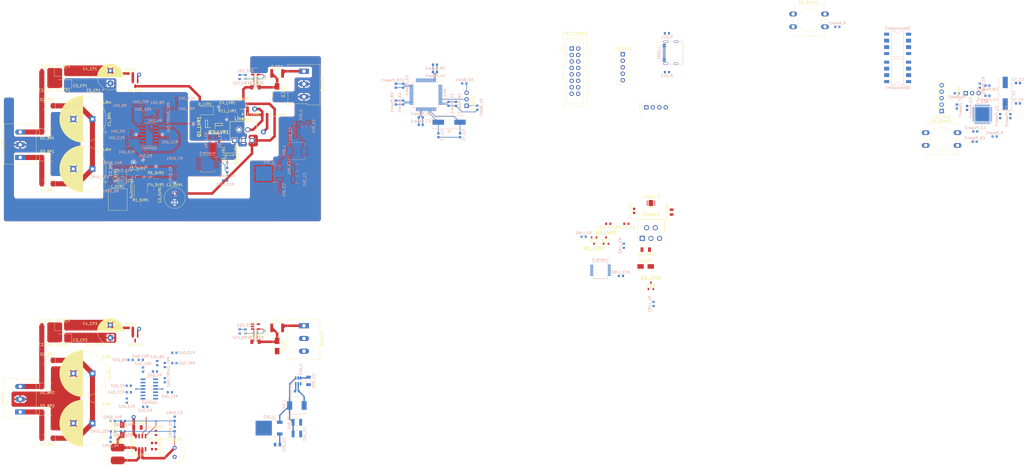
<source format=kicad_pcb>
(kicad_pcb (version 20211014) (generator pcbnew)
  (layers (0 "F.Cu" signal "Fsig.Cu") (1 "In1.Cu" power "pwr.Cu") (2 "In2.Cu" mixed "gnd.Cu") (31 "B.Cu" signal "Bsig.Cu") (34 "B.Paste" user) (35 "F.Paste" user) (36 "B.SilkS" user "B.Silkscreen") (37 "F.SilkS" user "F.Silkscreen") (38 "B.Mask" user) (39 "F.Mask" user) (44 "Edge.Cuts" user))
  (net 0 "")
  (net 1 "/Channel Power Supply 2/DAC 2")
  (net 2 "Net-(OpAmp1-Pad1)")
  (net 3 "Net-(OpAmp1-Pad3)")
  (net 4 "/Channel Power Supply 1/DAC 2")
  (net 5 "Net-(OpAmp2-Pad6)")
  (net 6 "Net-(OpAmp2-Pad7)")
  (net 7 "VDD")
  (net 8 "GND2")
  (net 9 "/Channel Power Supply 2/AC 1")
  (net 10 "/Channel Power Supply 1/AC 1")
  (net 11 "Net-(C1_CP1-Pad2)")
  (net 12 "Net-(C1_CP2-Pad2)")
  (net 13 "GND1")
  (net 14 "Net-(C3_SVR1-Pad1)")
  (net 15 "+3.3VA")
  (net 16 "+3.3V")
  (net 17 "/Channel Power Supply 2/Charge Pump/Negative")
  (net 18 "/Channel Power Supply 1/Charge Pump/Negative")
  (net 19 "VCC")
  (net 20 "/Channel Power Supply 2/Linear Voltage Regulator /Linear Input")
  (net 21 "/Channel Power Supply 1/Linear Voltage Regulator /Linear Input")
  (net 22 "/Channel Power Supply 2/Charge Pump/Charge")
  (net 23 "/Channel Power Supply 1/Charge Pump/Charge")
  (net 24 "/Channel Power Supply 2/AC 2")
  (net 25 "Net-(D_SVR1-Pad1)")
  (net 26 "/Channel Power Supply 1/AC 2")
  (net 27 "/Channel Power Supply 2/Differential Op-Amp Circuit/Set Voltage")
  (net 28 "Net-(OpAmp1-Pad6)")
  (net 29 "Net-(OpAmp1-Pad7)")
  (net 30 "/Channel Power Supply 1/Differential Op-Amp Circuit/Set Voltage")
  (net 31 "Net-(OpAmp1-Pad9)")
  (net 32 "Net-(OpAmp1-Pad10)")
  (net 33 "/Channel 1 Power Rails/5 Volts")
  (net 34 "Net-(Front_Panel1-Pad2)")
  (net 35 "Net-(Front_Panel1-Pad3)")
  (net 36 "Net-(Front_Panel1-Pad4)")
  (net 37 "Net-(Front_Panel1-Pad6)")
  (net 38 "Net-(Front_Panel1-Pad7)")
  (net 39 "Net-(Front_Panel1-Pad8)")
  (net 40 "Net-(Front_Panel1-Pad9)")
  (net 41 "Net-(Front_Panel1-Pad10)")
  (net 42 "Net-(Front_Panel1-Pad11)")
  (net 43 "Net-(Front_Panel1-Pad13)")
  (net 44 "Net-(Front_Panel1-Pad14)")
  (net 45 "Net-(Front_Panel1-Pad15)")
  (net 46 "/Channel Power Supply 2/On{slash}Off")
  (net 47 "Net-(F_CS2-Pad2)")
  (net 48 "/Channel Power Supply 1/On{slash}Off")
  (net 49 "Net-(J_Boot1-Pad2)")
  (net 50 "Net-(J_Boot1-Pad3)")
  (net 51 "Net-(J_Boot2-Pad2)")
  (net 52 "Net-(J_Boot2-Pad3)")
  (net 53 "Net-(Front_Panel1-Pad12)")
  (net 54 "Net-(Front_Panel1-Pad16)")
  (net 55 "Net-(J_STLink2-Pad3)")
  (net 57 "/Primary Controller/Reset")
  (net 58 "/Primary Controller/I2C SCL")
  (net 59 "/Primary Controller/I2C SDA")
  (net 60 "/Primary Controller/SWCLK")
  (net 61 "/Primary Controller/SWDIO")
  (net 62 "Net-(J_USB1-PadA1)")
  (net 64 "Net-(J_USB1-PadA5)")
  (net 65 "Net-(J_USB1-PadA6)")
  (net 66 "Net-(J_USB1-PadA7)")
  (net 68 "Net-(J_USB1-PadB5)")
  (net 70 "Net-(Q1_LVR1-Pad1)")
  (net 71 "Net-(Q1_CP1-Pad1)")
  (net 72 "Net-(Q1_CP2-Pad1)")
  (net 73 "/Channel Power Supply 2/Current Sense /Output")
  (net 74 "/Channel Power Supply 1/Current Sense /Output")
  (net 75 "Net-(Q1_LVR2-Pad1)")
  (net 76 "Net-(Q2_LVR1-Pad1)")
  (net 77 "/Channel Power Supply 2/Differential Op-Amp Circuit/3.3 Volts")
  (net 78 "Net-(OpAmp2-Pad1)")
  (net 79 "/Channel Power Supply 1/Differential Op-Amp Circuit/3.3 Volts")
  (net 80 "Net-(OpAmp2-Pad3)")
  (net 81 "/Channel Power Supply 2/ADC 1")
  (net 82 "/Channel Power Supply 2/ADC 2")
  (net 83 "/Channel Power Supply 2/ADC 4")
  (net 84 "/Channel Power Supply 1/ADC 1")
  (net 85 "/Channel Power Supply 1/ADC 2")
  (net 86 "/Channel Power Supply 1/ADC 4")
  (net 87 "/Channel Power Supply 2/Switching Voltage Regulator/FeedBack")
  (net 88 "/Channel Power Supply 1/Switching Voltage Regulator/FeedBack")
  (net 89 "Net-(OpAmp2-Pad9)")
  (net 90 "Net-(OpAmp2-Pad10)")
  (net 91 "/Channel Power Supply 2/DAC 1")
  (net 92 "/Channel Power Supply 1/DAC 1")
  (net 93 "Net-(Q2_LVR2-Pad1)")
  (net 94 "Net-(Q3_LVR1-Pad1)")
  (net 95 "Net-(Q3_LVR2-Pad1)")
  (net 96 "Net-(Inverter2-Pad3)")
  (net 97 "Net-(Inverter2-Pad6)")
  (net 98 "/Channel Power Supply 2/ADC 3")
  (net 99 "/Optocouplers/TX1")
  (net 100 "/Optocouplers/RX 1")
  (net 101 "/Optocouplers/TX 2")
  (net 102 "/Optocouplers/RX 2")
  (net 103 "/Channel Power Supply 1/ADC 3")
  (net 104 "Net-(L_SVR1-Pad2)")
  (net 127 "Net-(C1_Y2-Pad2)")
  (net 128 "Net-(C2_Y2-Pad2)")
  (net 151 "Net-(C1_Y1-Pad2)")
  (net 152 "Net-(C2_Y1-Pad2)")
  (net 153 "Net-(C3_SVR2-Pad1)")
  (net 154 "Net-(D_SVR2-Pad1)")
  (net 155 "Net-(F_CS1-Pad2)")
  (net 156 "Net-(Inverter1-Pad2)")
  (net 157 "Net-(Inverter2-Pad2)")
  (net 160 "Net-(L_SVR2-Pad2)")
  (net 161 "Net-(J_STLink2-Pad5)")
  (net 162 "Net-(J_STLink2-Pad4)")
  (net 165 "Net-(R11_LVR1-Pad1)")
  (net 166 "Net-(C4_LVR1-Pad1)")
  (net 167 "Net-(C4_LVR2-Pad1)")
  (net 168 "Net-(Q1_LVR1-Pad2)")
  (net 169 "Net-(Q1_LVR2-Pad2)")
  (net 170 "Net-(OpAmp1-Pad12)")
  (net 171 "Net-(C2_5V1-Pad1)")
  (net 172 "Net-(OpAmp2-Pad12)")
  (net 173 "Net-(OpAmp2-Pad13)")
  (net 174 "Net-(C2_5V1-Pad2)")
  (net 175 "Net-(C4_SVR1-Pad2)")
  (net 176 "Net-(C4_SVR2-Pad2)")
  (net 177 "Net-(OpAmp1-Pad13)")
  (net 178 "Net-(J_Boot1-Pad1)")
  (net 179 "Net-(J_Boot2-Pad1)")
  (net 188 "Net-(R11_LVR2-Pad1)")
  (net 189 "Net-(C2_5V2-Pad1)")
  (net 190 "Net-(R21_CS1-Pad2)")
  (net 191 "Net-(R21_CS2-Pad2)")
  (net 193 "Net-(R31_SVR1-Pad2)")
  (net 194 "Net-(R31_SVR2-Pad2)")
  (net 195 "Net-(R41_SVR1-Pad1)")
  (net 196 "Net-(R41_SVR2-Pad1)")
  (net 197 "Net-(R51_OA1-Pad2)")
  (net 198 "Net-(R51_OA2-Pad2)")
  (net 199 "Net-(R91_OA1-Pad2)")
  (net 200 "Net-(R91_OA2-Pad2)")
  (net 201 "Net-(C2_5V2-Pad2)")
  (net 202 "Net-(R12_OA1-Pad1)")
  (net 203 "Net-(R12_OA2-Pad1)")
  (net 204 "Net-(C1_3V2-Pad2)")
  (footprint "Capacitor_THT:C_Radial_D8.0mm_H7.0mm_P3.50mm" (layer "F.Cu") (at 82.309 76.757 -90)
    (fp_text reference "C2_SVR1")
    (fp_text value "100u" hide)
  )
  (footprint "Fuse:Fuse_1812_4532Metric" (layer "F.Cu") (at 122.555 29.591)
    (fp_text reference "F_CS1")
    (fp_text value "290m" hide)
  )
  (footprint "Connector_PinHeader_2.54mm:PinHeader_1x03_P2.54mm_Vertical" (layer "F.Cu") (at 196.977 42.276 180)
    (fp_text reference "J_Boot1")
    (fp_text value "Conn_01x03_Male" hide)
  )
  (footprint "Package_DFN_QFN:DFN-8-1EP_3x3mm_P0.5mm_EP1.66x2.38mm" (layer "F.Cu") (at 109.285 42.037)
    (fp_text reference "Linear1_1")
    (fp_text value "LT3080xDD" hide)
  )
  (footprint "Diode_SMD:D_SMA" (layer "F.Cu") (at 61.721 69.617 90)
    (fp_text reference "D_SVR1")
    (fp_text value "1N4001" hide)
  )
  (footprint "Diode_SMD:D_SOD-128" (layer "F.Cu") (at 32.3007 42.327223 180)
    (fp_text reference "D2_BR1")
    (fp_text value "PMEG4050EP" hide)
  )
  (footprint "TerminalBlock:TerminalBlock_Altech_AK300-3_P5.00mm" (layer "F.Cu") (at 133.086 28.741 -90)
    (fp_text reference "Output1")
    (fp_text value "Screw_Terminal_01x03" hide)
  )
  (footprint "Diode_SMD:D_SMA" (layer "F.Cu") (at 38.5017 133.601223 180)
    (fp_text reference "D2_CP2")
    (fp_text value "1N4001" hide)
  )
  (footprint "Capacitor_SMD:C_1210_3225Metric" (layer "F.Cu") (at 44.710377 131.061223 -90)
    (fp_text reference "C3_CP2")
    (fp_text value "22u" hide)
  )
  (footprint "Diode_SMD:D_SMA" (layer "F.Cu") (at 38.5017 129.029223)
    (fp_text reference "D1_CP2")
    (fp_text value "1N4001" hide)
  )
  (footprint "Capacitor_SMD:C_1210_3225Metric" (layer "F.Cu") (at 49.028377 131.061223 -90)
    (fp_text reference "C4_CP3")
    (fp_text value "22u" hide)
  )
  (footprint "Capacitor_THT:CP_Radial_D18.0mm_P7.50mm" (layer "F.Cu") (at 50.01248 147.444223 180)
    (fp_text reference "C1_BR2")
    (fp_text value "6.8m")
  )
  (footprint "Diode_SMD:D_SMA" (layer "F.Cu") (at 267.303 105.41)
    (fp_text reference "D_LVR2")
    (fp_text value "1N4001" hide)
  )
  (footprint "Capacitor_SMD:C_1206_3216Metric" (layer "F.Cu") (at 267.335 98.806 180)
    (fp_text reference "C3_LVR2")
    (fp_text value "10u" hide)
  )
  (footprint "Diode_SMD:D_SMA" (layer "F.Cu") (at 94.172 44.196 180)
    (fp_text reference "D_LVR1")
    (fp_text value "1N4001" hide)
  )
  (footprint "Capacitor_SMD:C_0603_1608Metric" (layer "F.Cu") (at 74.181 77.237)
    (fp_text reference "C3_SVR1")
    (fp_text value "22n" hide)
  )
  (footprint "Capacitor_SMD:C_1210_3225Metric" (layer "F.Cu") (at 31.629377 29.119223)
    (fp_text reference "C1_CP1")
    (fp_text value "22u" hide)
  )
  (footprint "SamacSys_Parts:SOT95P240X110-3N" (layer "F.Cu") (at 94.807 49.403 180)
    (fp_text reference "Q1_LVR1")
    (fp_text value "PJA3404_R1_00001" hide)
  )
  (footprint "Connector_PinSocket_2.54mm:PinSocket_1x03_P2.54mm_Vertical" (layer "F.Cu") (at 393.015 37.347 90)
    (fp_text reference "J_Boot2")
    (fp_text value "Conn_01x03_Male" hide)
  )
  (footprint "Fuse:Fuse_1812_4532Metric" (layer "F.Cu") (at 122.555 129.54)
    (fp_text reference "F_CS2")
    (fp_text value "290m" hide)
  )
  (footprint "Diode_SMD:D_SOD-128" (layer "F.Cu") (at 32.3007 52.614223)
    (fp_text reference "D1_BR1")
    (fp_text value "PMEG4050EP" hide)
  )
  (footprint "SamacSys_Parts:SOT95P240X110-3N" (layer "F.Cu") (at 99.633 49.657 90)
    (fp_text reference "Q2_LVR1")
    (fp_text value "PJA3404_R1_00001" hide)
  )
  (footprint "Capacitor_SMD:C_0805_2012Metric" (layer "F.Cu") (at 277.495 84.074 90)
    (fp_text reference "C1_LVR2")
    (fp_text value "4.7u" hide)
  )
  (footprint "Diode_SMD:D_SMA" (layer "F.Cu") (at 38.487377 29.119223)
    (fp_text reference "D1_CP1")
    (fp_text value "1N4001" hide)
  )
  (footprint "Capacitor_SMD:C_0603_1608Metric" (layer "F.Cu") (at 103.062 42.799 180)
    (fp_text reference "C4_LVR1")
    (fp_text value "20p" hide)
  )
  (footprint "Capacitor_THT:CP_Radial_D18.0mm_P7.50mm" (layer "F.Cu") (at 50.00248 47.534223 180)
    (fp_text reference "C1_BR1")
    (fp_text value "6.8m")
  )
  (footprint "Resistor_SMD:R_0603_1608Metric" (layer "F.Cu") (at 74.943 70.887 90)
    (fp_text reference "R5_SVR1")
    (fp_text value "5.1k" hide)
  )
  (footprint "SamacSys_Parts:SOT95P240X110-3N" (layer "F.Cu") (at 103.951 61.341 90)
    (fp_text reference "Q3_LVR1")
    (fp_text value "PJA3404_R1_00001" hide)
  )
  (footprint "Capacitor_SMD:C_0603_1608Metric" (layer "F.Cu") (at 74.167 177.165)
    (fp_text reference "C3_SVR2")
    (fp_text value "22n" hide)
  )
  (footprint "Capacitor_SMD:C_1206_3216Metric" (layer "F.Cu") (at 101.538 56.007 -90)
    (fp_text reference "C3_LVR1")
    (fp_text value "10u" hide)
  )
  (footprint "Package_TO_SOT_SMD:SOT-23" (layer "F.Cu") (at 66.808377 33.691223 -90)
    (fp_text reference "Q1_CP1")
    (fp_text value "FMMT495TA" hide)
  )
  (footprint "Package_SO:SO-8_3.9x4.9mm_P1.27mm" (layer "F.Cu") (at 68.96 74.697 90)
    (fp_text reference "Switching1")
    (fp_text value "L6902D" hide)
  )
  (footprint "Capacitor_THT:CP_Radial_D18.0mm_P7.50mm" (layer "F.Cu") (at 50.01248 167.002223 180)
    (fp_text reference "C2_BR2")
    (fp_text value "6.8m")
  )
  (footprint "Capacitor_THT:CP_Radial_D10.0mm_P5.00mm" (layer "F.Cu") (at 57.029377 133.4289 90)
    (fp_text reference "C5_CP2")
    (fp_text value "1m" hide)
  )
  (footprint "Capacitor_SMD:C_0603_1608Metric" (layer "F.Cu") (at 262.763 83.566 90)
    (fp_text reference "C4_LVR2")
    (fp_text value "20p" hide)
  )
  (footprint "Capacitor_SMD:C_1210_3225Metric" (layer "F.Cu") (at 49.028377 31.151223 -90)
    (fp_text reference "C4_CP1")
    (fp_text value "22u" hide)
  )
  (footprint "Resistor_SMD:R_0603_1608Metric" (layer "F.Cu") (at 65.030377 29.627223)
    (fp_text reference "R_CP1")
    (fp_text value "1k" hide)
  )
  (footprint "Resistor_SMD:R_0603_1608Metric" (layer "F.Cu") (at 68.96 80.807)
    (fp_text reference "R1_SVR1")
    (fp_text value "180m" hide)
  )
  (footprint "Resistor_SMD:R_0603_1608Metric" (layer "F.Cu") (at 107.063 45.72 180)
    (fp_text reference "R12_LVR1")
    (fp_text value "2k" hide)
  )
  (footprint "Package_DFN_QFN:DFN-8-1EP_3x3mm_P0.5mm_EP1.66x2.38mm" (layer "F.Cu") (at 269.367 80.518)
    (fp_text reference "Linear1_2")
    (fp_text value "LT3080xDD" hide)
  )
  (footprint "Button_Switch_THT:SW_PUSH-12mm" (layer "F.Cu") (at 325.23 6.263)
    (fp_text reference "SW_Reset1")
    (fp_text value "SW_MEC_5G" hide)
  )
  (footprint "Resistor_SMD:R_0603_1608Metric" (layer "F.Cu") (at 74.929 170.815 90)
    (fp_text reference "R5_SVR2")
    (fp_text value "5.1k" hide)
  )
  (footprint "SamacSys_Parts:SOT95P240X110-3N" (layer "F.Cu") (at 269.367 113.03 90)
    (fp_text reference "Q3_LVR2")
    (fp_text value "PJA3404_R1_00001" hide)
  )
  (footprint "Capacitor_THT:CP_Radial_D18.0mm_P7.50mm" (layer "F.Cu") (at 50.00248 67.092223 180)
    (fp_text reference "C2_BR1")
    (fp_text value "6.8m")
  )
  (footprint "Capacitor_SMD:C_1210_3225Metric" (layer "F.Cu") (at 31.629377 33.691223)
    (fp_text reference "C2_CP1")
    (fp_text value "22u" hide)
  )
  (footprint "TerminalBlock:TerminalBlock_Altech_AK300-3_P5.00mm" (layer "F.Cu") (at 21.6427 62.608223 90)
    (fp_text reference "Input1")
    (fp_text value "Screw_Terminal_01x03" hide)
  )
  (footprint "Capacitor_SMD:C_0603_1608Metric" (layer "F.Cu") (at 74.167 174.752)
    (fp_text reference "C4_SVR2")
    (fp_text value "220p" hide)
  )
  (footprint "SamacSys_Parts:TO170P457X1022X2306-5P" (layer "F.Cu") (at 265.9665 94.389)
    (fp_text reference "Linear2")
    (fp_text value "LT3083ET#PBF" hide)
  )
  (footprint "Resistor_SMD:R_0603_1608Metric" (layer "F.Cu") (at 68.96 180.721)
    (fp_text reference "R1_SVR2")
    (fp_text value "180m" hide)
  )
  (footprint "TerminalBlock:TerminalBlock_Altech_AK300-3_P5.00mm" (layer "F.Cu") (at 21.6427 162.557223 90)
    (fp_text reference "Input2")
    (fp_text value "Screw_Terminal_01x03" hide)
  )
  (footprint "Resistor_SMD:R_0603_1608Metric" (layer "F.Cu") (at 103.062 45.72 180)
    (fp_text reference "R11_LVR1")
    (fp_text value "2k" hide)
  )
  (footprint "Capacitor_SMD:C_1210_3225Metric" (layer "F.Cu") (at 44.710377 31.151223 -90)
    (fp_text reference "C3_CP1")
    (fp_text value "22u" hide)
  )
  (footprint "Package_TO_SOT_SMD:SOT-23" (layer "F.Cu") (at 66.808377 133.601223 -90)
    (fp_text reference "Q1_CP2")
    (fp_text value "FMMT495TA" hide)
  )
  (footprint "Capacitor_THT:C_Radial_D8.0mm_H7.0mm_P3.50mm" (layer "F.Cu") (at 82.295 176.685 -90)
    (fp_text reference "C2_SVR2")
    (fp_text value "100u" hide)
  )
  (footprint "Package_TO_SOT_SMD:SOT-23-5" (layer "F.Cu") (at 114.046 129.032)
    (fp_text reference "CurrentSense2")
    (fp_text value "INA180A1" hide)
  )
  (footprint "Capacitor_THT:CP_Radial_D10.0mm_P5.00mm" (layer "F.Cu") (at 57.029377 33.5189 90)
    (fp_text reference "C5_CP1")
    (fp_text value "1m" hide)
  )
  (footprint "Capacitor_SMD:C_1210_3225Metric" (layer "F.Cu") (at 31.629377 129.029223)
    (fp_text reference "C1_CP2")
    (fp_text value "22u" hide)
  )
  (footprint "Package_TO_SOT_SMD:SOT-23-5" (layer "F.Cu") (at 114.046 29.083)
    (fp_text reference "CurrentSense1")
    (fp_text value "INA180A1" hide)
  )
  (footprint "Diode_SMD:D_SMA" (layer "F.Cu") (at 38.487377 33.691223 180)
    (fp_text reference "D2_CP1")
    (fp_text value "1N4001" hide)
  )
  (footprint "Diode_SMD:D_SOD-128" (layer "F.Cu") (at 32.3007 72.934223 180)
    (fp_text reference "D4_BR1")
    (fp_text value "PMEG4050EP" hide)
  )
  (footprint "Diode_SMD:D_SOD-128" (layer "F.Cu") (at 32.3007 62.647223)
    (fp_text reference "D3_BR1")
    (fp_text value "PMEG4050EP" hide)
  )
  (footprint "Diode_SMD:D_SOD-128" (layer "F.Cu") (at 32.3007 142.276223 180)
    (fp_text reference "D2_BR2")
    (fp_text value "PMEG4050EP" hide)
  )
  (footprint "Resistor_SMD:R_1206_3216Metric" (layer "F.Cu") (at 114.046 35.052)
    (fp_text reference "R1_CS1")
    (fp_text value "300m" hide)
  )
  (footprint "Capacitor_SMD:C_1206_3216Metric" (layer "F.Cu") (at 67.69 68.728)
    (fp_text reference "C1_SVR1")
    (fp_text value "10u" hide)
  )
  (footprint "Inductor_SMD:L_Sumida_CR75" (layer "F.Cu") (at 59.943 79.142 -90)
    (fp_text reference "L_SVR1")
    (fp_text value "22u" hide)
  )
  (footprint "Capacitor_SMD:C_0805_2012Metric" (layer "F.Cu") (at 117.667 45.847 180)
    (fp_text reference "C1_LVR1")
    (fp_text value "4.7u" hide)
  )
  (footprint "Resistor_SMD:R_1206_3216Metric" (layer "F.Cu") (at 114.056 135.001)
    (fp_text reference "R1_CS2")
    (fp_text value "300m" hide)
  )
  (footprint "Resistor_SMD:R_0603_1608Metric" (layer "F.Cu") (at 252.603 88.646 180)
    (fp_text reference "R11_LVR2")
    (fp_text value "2k" hide)
  )
  (footprint "Capacitor_SMD:C_0603_1608Metric" (layer "F.Cu") (at 74.181 74.824)
    (fp_text reference "C4_SVR1")
    (fp_text value "220p" hide)
  )
  (footprint "SamacSys_Parts:TO170P457X1022X2306-5P" (layer "F.Cu") (at 105.8845 55.908)
    (fp_text reference "Linear1")
    (fp_text value "LT3083ET#PBF" hide)
  )
  (footprint "Diode_SMD:D_SOD-128" (layer "F.Cu") (at 32.3007 172.883223 180)
    (fp_text reference "D4_BR2")
    (fp_text value "PMEG4050EP" hide)
  )
  (footprint "Capacitor_SMD:C_1206_3216Metric" (layer "F.Cu") (at 67.69 168.656)
    (fp_text reference "C1_SVR2")
    (fp_text value "10u" hide)
  )
  (footprint "TerminalBlock:TerminalBlock_Altech_AK300-3_P5.00mm" (layer "F.Cu") (at 133.086 128.70375 -90)
    (fp_text reference "Output2")
    (fp_text value "Screw_Terminal_01x03" hide)
  )
  (footprint "Connector_PinHeader_2.54mm:PinHeader_1x05_P2.54mm_Vertical" (layer "F.Cu") (at 258.318 22.098)
    (fp_text reference "J_STLink1")
    (fp_text value "Conn_01x05_Male" hide)
  )
  (footprint "Capacitor_SMD:C_1210_3225Metric" (layer "F.Cu") (at 31.629377 133.601223)
    (fp_text reference "C2_CP2")
    (fp_text value "22u" hide)
  )
  (footprint "Resistor_SMD:R_0603_1608Metric" (layer "F.Cu") (at 259.715 88.646 180)
    (fp_text reference "R12_LVR2")
    (fp_text value "2k" hide)
  )
  (footprint "Connector_IDC:IDC-Header_2x08_P2.54mm_Vertical" (layer "F.Cu") (at 238.2615 19.812)
    (fp_text reference "Front_Panel1")
    (fp_text value "Conn_02x08_Counter_Clockwise" hide)
  )
  (footprint "SamacSys_Parts:SOT95P240X110-3N" (layer "F.Cu") (at 251.7335 95.25 90)
    (fp_text reference "Q2_LVR2")
    (fp_text value "PJA3404_R1_00001" hide)
  )
  (footprint "Connector_PinHeader_2.54mm:PinHeader_1x04_P2.54mm_Vertical" (layer "F.Cu") (at 267.589 42.926 90)
    (fp_text reference "J_I2C1")
    (fp_text value "Conn_01x04_Male" hide)
  )
  (footprint "Connector_PinHeader_2.54mm:PinHeader_1x05_P2.54mm_Vertical" (layer "F.Cu") (at 383.54 44.372 180)
    (fp_text reference "J_STLink2")
    (fp_text value "Conn_01x05_Male" hide)
  )
  (footprint "Button_Switch_THT:SW_PUSH-12mm" (layer "F.Cu") (at 377.3 52.872)
    (fp_text reference "SW_Reset2")
    (fp_text value "SW_MEC_5G" hide)
  )
  (footprint "Diode_SMD:D_SMA" (layer "F.Cu") (at 61.721 169.545 90)
    (fp_text reference "D_SVR2")
    (fp_text value "1N4001" hide)
  )
  (footprint "Diode_SMD:D_SOD-128" (layer "F.Cu") (at 32.3007 152.563223)
    (fp_text reference "D1_BR2")
    (fp_text value "PMEG4050EP" hide)
  )
  (footprint "Diode_SMD:D_SOD-128" (layer "F.Cu") (at 32.3007 162.596223)
    (fp_text reference "D3_BR2")
    (fp_text value "PMEG4050EP" hide)
  )
  (footprint "SamacSys_Parts:SOT95P240X110-3N" (layer "F.Cu") (at 247.015 95.25 -90)
    (fp_text reference "Q1_LVR2")
    (fp_text value "PJA3404_R1_00001" hide)
  )
  (footprint "Diode_SMD:D_SMA" (layer "F.Cu") (at 122.555 36.703 -90)
    (fp_text reference "D_CS1")
    (fp_text value "1N4001" hide)
  )
  (footprint "Package_SO:SO-8_3.9x4.9mm_P1.27mm" (layer "F.Cu") (at 68.96 174.625 90)
    (fp_text reference "Switching2")
    (fp_text value "L6902D" hide)
  )
  (footprint "Diode_SMD:D_SMA" (layer "F.Cu") (at 122.555 136.652 -90)
    (fp_text reference "D_CS2")
    (fp_text value "1N4001" hide)
  )
  (footprint "Inductor_SMD:L_Sumida_CR75" (layer "F.Cu") (at 59.943 179.07 -90)
    (fp_text reference "L_SVR2")
    (fp_text value "22u" hide)
  )
  (footprint "Resistor_SMD:R_0603_1608Metric" (layer "F.Cu") (at 65.030377 129.537223)
    (fp_text reference "R_CP2")
    (fp_text value "1k" hide)
  )
  (footprint "Capacitor_SMD:C_0603_1608Metric" (layer "B.Cu") (at 410.54 46.372 -90)
    (fp_text reference "C5_Power2")
    (fp_text value "100n" hide)
  )
  (footprint "Capacitor_SMD:C_1206_3216Metric" (layer "B.Cu") (at 134.874 50.419 90)
    (fp_text reference "C1_5V1")
    (fp_text value "10u" hide)
  )
  (footprint "Capacitor_SMD:C_0603_1608Metric" (layer "B.Cu") (at 130.302 54.483 180)
    (fp_text reference "C2_5V1")
    (fp_text value "100n" hide)
  )
  (footprint "Resistor_SMD:R_0603_1608Metric" (layer "B.Cu") (at 61.989 70.28 180)
    (fp_text reference "R31_SVR1")
    (fp_text value "2k" hide)
  )
  (footprint "Resistor_SMD:R_0603_1608Metric" (layer "B.Cu") (at 78.424 144.145 90)
    (fp_text reference "R91_OA2")
    (fp_text value "2k" hide)
  )
  (footprint "Resistor_SMD:R_0603_1608Metric" (layer "B.Cu") (at 102.111 71.6651)
    (fp_text reference "R13_LVR1")
    (fp_text value "10k" hide)
  )
  (footprint "Capacitor_SMD:C_0603_1608Metric" (layer "B.Cu") (at 192.786 41.529 -90)
    (fp_text reference "C6_Power1")
    (fp_text value "100n" hide)
  )
  (footprint "Capacitor_SMD:C_1210_3225Metric" (layer "B.Cu") (at 130.302 166.624 180)
    (fp_text reference "C3_5V2")
    (fp_text value "22u" hide)
  )
  (footprint "Resistor_SMD:R_0603_1608Metric" (layer "B.Cu") (at 342.582 11.303 180)
    (fp_text reference "R_Reset1")
    (fp_text value "1k" hide)
  )
  (footprint "Resistor_SMD:R_0603_1608Metric" (layer "B.Cu") (at 82.295 165.227 -90)
    (fp_text reference "R7_SVR2")
    (fp_text value "1.2k" hide)
  )
  (footprint "Capacitor_SMD:C_1206_3216Metric" (layer "B.Cu") (at 134.874 150.368 90)
    (fp_text reference "C1_5V2")
    (fp_text value "10u" hide)
  )
  (footprint "Resistor_SMD:R_0603_1608Metric" (layer "B.Cu") (at 82.309 69.363 90)
    (fp_text reference "R2_SVR1")
    (fp_text value "10k" hide)
  )
  (footprint "Resistor_SMD:R_0603_1608Metric" (layer "B.Cu") (at 64.2762 154.813)
    (fp_text reference "R12_OA2")
    (fp_text value "2k" hide)
  )
  (footprint "Resistor_SMD:R_0603_1608Metric" (layer "B.Cu") (at 404.365 54.372 180)
    (fp_text reference "R_Reset2")
    (fp_text value "1k" hide)
  )
  (footprint "Resistor_SMD:R_0603_1608Metric" (layer "B.Cu") (at 270.383 120.142 -90)
    (fp_text reference "R4_LVR2")
    (fp_text value "1k" hide)
  )
  (footprint "Package_QFP:LQFP-64_10x10mm_P0.5mm" (layer "B.Cu") (at 180.975 37.973 90)
    (fp_text reference "MCU_1")
    (fp_text value "STM32L151R6TxA" hide)
  )
  (footprint "Package_SO:SSOP-14_5.3x6.2mm_P0.65mm" (layer "B.Cu") (at 249.555 106.934 180)
    (fp_text reference "Inverter2")
    (fp_text value "74AHC04" hide)
  )
  (footprint "Package_DIP:PowerIntegrations_SMD-8" (layer "B.Cu") (at 366.262 28.988)
    (fp_text reference "Optocoupler1")
    (fp_text value "6N137" hide)
  )
  (footprint "Resistor_SMD:R_0603_1608Metric" (layer "B.Cu") (at 242.951 93.726 180)
    (fp_text reference "R2_LVR2")
    (fp_text value "1k" hide)
  )
  (footprint "Resistor_SMD:R_0603_1608Metric" (layer "B.Cu") (at 110.109 130.937 90)
    (fp_text reference "R22_CS2")
    (fp_text value "1k" hide)
  )
  (footprint "Resistor_SMD:R_0603_1608Metric" (layer "B.Cu") (at 102.935 67.564 -90)
    (fp_text reference "R4_LVR1")
    (fp_text value "1k" hide)
  )
  (footprint "Resistor_SMD:R_0603_1608Metric" (layer "B.Cu") (at 110.109 30.988 90)
    (fp_text reference "R22_CS1")
    (fp_text value "1k" hide)
  )
  (footprint "Resistor_SMD:R_0603_1608Metric" (layer "B.Cu") (at 58.039 70.28 180)
    (fp_text reference "R32_SVR1")
    (fp_text value "2k" hide)
  )
  (footprint "Resistor_SMD:R_0603_1608Metric" (layer "B.Cu") (at 82.1832 139.319 180)
    (fp_text reference "R10_OA2")
    (fp_text value "1k" hide)
  )
  (footprint "Resistor_SMD:R_0603_1608Metric" (layer "B.Cu") (at 78.424 150.114 90)
    (fp_text reference "R7_OA2")
    (fp_text value "1k" hide)
  )
  (footprint "Capacitor_SMD:C_0603_1608Metric" (layer "B.Cu") (at 130.302 154.432 180)
    (fp_text reference "C2_5V2")
    (fp_text value "100n" hide)
  )
  (footprint "Resistor_SMD:R_0603_1608Metric" (layer "B.Cu") (at 196.088 33.528 180)
    (fp_text reference "R2_Boot1")
    (fp_text value "5.1k" hide)
  )
  (footprint "Resistor_SMD:R_0603_1608Metric" (layer "B.Cu") (at 257.5845 109.121 180)
    (fp_text reference "R13_LVR2")
    (fp_text value "10k" hide)
  )
  (footprint "Capacitor_SMD:C_0603_1608Metric" (layer "B.Cu") (at 178.943 49.784 180)
    (fp_text reference "C7_Power1")
    (fp_text value "100n" hide)
  )
  (footprint "Resistor_SMD:R_0603_1608Metric" (layer "B.Cu") (at 275.666 29.083)
    (fp_text reference "R_CC2")
    (fp_text value "4.7k" hide)
  )
  (footprint "Resistor_SMD:R_0603_1608Metric" (layer "B.Cu") (at 201.168 43.053 -90)
    (fp_text reference "R1_Boot1")
    (fp_text value "5.1k" hide)
  )
  (footprint "Resistor_SMD:R_0603_1608Metric" (layer "B.Cu") (at 80.4052 154.813 180)
    (fp_text reference "R11_OA2")
    (fp_text value "10k" hide)
  )
  (footprint "Capacitor_SMD:C_0603_1608Metric" (layer "B.Cu") (at 401.54 34.372)
    (fp_text reference "C8_Power2")
    (fp_text value "100n" hide)
  )
  (footprint "Resistor_SMD:R_0603_1608Metric" (layer "B.Cu") (at 57.15 73.533 -90)
    (fp_text reference "R6_SVR1")
    (fp_text value "1k" hide)
  )
  (footprint "Package_TO_SOT_SMD:TO-252-2" (layer "B.Cu") (at 119.38 68.961 180)
    (fp_text reference "U_3V1")
    (fp_text value "LP2950-3.3_TO252" hide)
  )
  (footprint "Resistor_SMD:R_0603_1608Metric" (layer "B.Cu") (at 57.925 166.116 180)
    (fp_text reference "R41_SVR2")
    (fp_text value "1.2k" hide)
  )
  (footprint "Inductor_SMD:L_Sumida_CDMC6D28_7.25x6.5mm" (layer "B.Cu") (at 130.302 60.071 180)
    (fp_text reference "L_5V1")
    (fp_text value "4.7u" hide)
  )
  (footprint "Capacitor_SMD:C_0805_2012Metric" (layer "B.Cu") (at 122.682 175.387 180)
    (fp_text reference "C2_3V2")
    (fp_text value "2.2u" hide)
  )
  (footprint "Resistor_SMD:R_0603_1608Metric" (layer "B.Cu") (at 64.2762 52.324 180)
    (fp_text reference "R2_OA1")
    (fp_text value "1k" hide)
  )
  (footprint "Resistor_SMD:R_0603_1608Metric" (layer "B.Cu") (at 82.309 65.299 -90)
    (fp_text reference "R7_SVR1")
    (fp_text value "1.2k" hide)
  )
  (footprint "Capacitor_SMD:C_0603_1608Metric" (layer "B.Cu") (at 389.54 42.597 90)
    (fp_text reference "C7_Power2")
    (fp_text value "100n" hide)
  )
  (footprint "Capacitor_SMD:C_0603_1608Metric" (layer "B.Cu") (at 172.085 34.417 90)
    (fp_text reference "C5_Power1")
    (fp_text value "1u" hide)
  )
  (footprint "Resistor_SMD:R_0603_1608Metric" (layer "B.Cu") (at 64.9752 42.164 180)
    (fp_text reference "R6_OA1")
    (fp_text value "1k" hide)
  )
  (footprint "Resistor_SMD:R_0603_1608Metric" (layer "B.Cu") (at 64.9752 142.113 180)
    (fp_text reference "R6_OA2")
    (fp_text value "1k" hide)
  )
  (footprint "Resistor_SMD:R_0603_1608Metric" (layer "B.Cu") (at 258.699 97.282 -90)
    (fp_text reference "R3_LVR2")
    (fp_text value "1k" hide)
  )
  (footprint "Resistor_SMD:R_0603_1608Metric" (layer "B.Cu") (at 107.823 130.937 -90)
    (fp_text reference "R3_CS2")
    (fp_text value "1k" hide)
  )
  (footprint "Resistor_SMD:R_0603_1608Metric" (layer "B.Cu") (at 96.077 55.88 -90)
    (fp_text reference "R2_LVR1")
    (fp_text value "1k" hide)
  )
  (footprint "Resistor_SMD:R_0603_1608Metric" (layer "B.Cu") (at 74.5632 146.685)
    (fp_text reference "R4_OA2")
    (fp_text value "1k" hide)
  )
  (footprint "Resistor_SMD:R_0603_1608Metric" (layer "B.Cu") (at 82.295 169.291 90)
    (fp_text reference "R2_SVR2")
    (fp_text value "10k" hide)
  )
  (footprint "Capacitor_SMD:C_0603_1608Metric" (layer "B.Cu") (at 169.164 34.417 90)
    (fp_text reference "C10_Power1")
    (fp_text value "100n" hide)
  )
  (footprint "Resistor_SMD:R_0603_1608Metric" (layer "B.Cu") (at 80.4052 54.864 180)
    (fp_text reference "R11_OA1")
    (fp_text value "10k" hide)
  )
  (footprint "Resistor_SMD:R_0603_1608Metric" (layer "B.Cu") (at 57.925 66.216 180)
    (fp_text reference "R41_SVR1")
    (fp_text value "1.2k" hide)
  )
  (footprint "Capacitor_SMD:C_0603_1608Metric" (layer "B.Cu") (at 413.54 33.372 180)
    (fp_text reference "C1_Y2")
    (fp_text value "20p" hide)
  )
  (footprint "Capacitor_SMD:C_0603_1608Metric" (layer "B.Cu") (at 169.164 41.021 90)
    (fp_text reference "C8_Power1")
    (fp_text value "100n" hide)
  )
  (footprint "Resistor_SMD:R_0603_1608Metric" (layer "B.Cu") (at 74.5632 46.736)
    (fp_text reference "R4_OA1")
    (fp_text value "1k" hide)
  )
  (footprint "Resistor_SMD:R_0603_1608Metric" (layer "B.Cu") (at 75.4522 143.383 90)
    (fp_text reference "R8_OA2")
    (fp_text value "1k" hide)
  )
  (footprint "Resistor_SMD:R_0603_1608Metric" (layer "B.Cu") (at 68.9752 42.164 180)
    (fp_text reference "R52_OA1")
    (fp_text value "2k" hide)
  )
  (footprint "Resistor_SMD:R_0603_1608Metric" (layer "B.Cu") (at 114.046 31.75 180)
    (fp_text reference "R21_CS1")
    (fp_text value "2k" hide)
  )
  (footprint "Resistor_SMD:R_0603_1608Metric" (layer "B.Cu") (at 78.424 50.165 90)
    (fp_text reference "R7_OA1")
    (fp_text value "1k" hide)
  )
  (footprint "Resistor_SMD:R_0603_1608Metric" (layer "B.Cu") (at 398.54 34.372 90)
    (fp_text reference "R2_Boot2")
    (fp_text value "5.1k" hide)
  )
  (footprint "Capacitor_SMD:C_1210_3225Metric" (layer "B.Cu") (at 130.302 71.247 180)
    (fp_text reference "C1_3V1")
    (fp_text value "22u" hide)
  )
  (footprint "Resistor_SMD:R_0603_1608Metric" (layer "B.Cu") (at 82.1832 39.37 180)
    (fp_text reference "R10_OA1")
    (fp_text value "1k" hide)
  )
  (footprint "Resistor_SMD:R_0603_1608Metric" (layer "B.Cu") (at 389.54 37.372)
    (fp_text reference "R1_Boot2")
    (fp_text value "5.1k" hide)
  )
  (footprint "Resistor_SMD:R_0603_1608Metric" (layer "B.Cu") (at 82.1832 143.383)
    (fp_text reference "R92_OA2")
    (fp_text value "1k" hide)
  )
  (footprint "Resistor_SMD:R_0603_1608Metric" (layer "B.Cu") (at 61.989 166.116 180)
    (fp_text reference "R42_SVR2")
    (fp_text value "1.2k" hide)
  )
  (footprint "Resistor_SMD:R_0603_1608Metric" (layer "B.Cu") (at 78.424 44.196 90)
    (fp_text reference "R91_OA1")
    (fp_text value "2k" hide)
  )
  (footprint "Resistor_SMD:R_0603_1608Metric" (layer "B.Cu") (at 69.8642 45.974 90)
    (fp_text reference "R51_OA1")
    (fp_text value "2k" hide)
  )
  (footprint "Capacitor_SMD:C_0603_1608Metric" (layer "B.Cu") (at 396.54 56.372 180)
    (fp_text reference "C6_Power2")
    (fp_text value "100n" hide)
  )
  (footprint "Capacitor_SMD:C_0603_1608Metric" (layer "B.Cu") (at 184.531 26.162)
    (fp_text reference "C9_Power1")
    (fp_text value "100n" hide)
  )
  (footprint "Package_DIP:PowerIntegrations_SMD-8" (layer "B.Cu") (at 366.262 17.988 180)
    (fp_text reference "Optocoupler2")
    (fp_text value "6N137" hide)
  )
  (footprint "Capacitor_SMD:C_0603_1608Metric" (layer "B.Cu") (at 413.54 41.372 180)
    (fp_text reference "C2_Y2")
    (fp_text value "20p" hide)
  )
  (footprint "Package_TO_SOT_SMD:TO-252-2" (layer "B.Cu") (at 119.38 168.91 180)
    (fp_text reference "U_3V2")
    (fp_text value "LP2950-3.3_TO252" hide)
  )
  (footprint "Resistor_SMD:R_0603_1608Metric" (layer "B.Cu") (at 58.039 170.18 180)
    (fp_text reference "R32_SVR2")
    (fp_text value "2k" hide)
  )
  (footprint "Inductor_SMD:L_Sumida_CDMC6D28_7.25x6.5mm" (layer "B.Cu") (at 130.302 160.02 180)
    (fp_text reference "L_5V2")
    (fp_text value "4.7u" hide)
  )
  (footprint "Resistor_SMD:R_0603_1608Metric" (layer "B.Cu") (at 64.2762 54.864)
    (fp_text reference "R12_OA1")
    (fp_text value "2k" hide)
  )
  (footprint "Resistor_SMD:R_0603_1608Metric" (layer "B.Cu") (at 68.9752 142.113 180)
    (fp_text reference "R52_OA2")
    (fp_text value "2k" hide)
  )
  (footprint "Package_SO:SOIC-14_3.9x8.7mm_P1.27mm" (layer "B.Cu") (at 72.328 53.594)
    (fp_text reference "OpAmp1")
    (fp_text value "LM324" hide)
  )
  (footprint "Capacitor_SMD:C_1210_3225Metric" (layer "B.Cu") (at 130.302 66.675 180)
    (fp_text reference "C3_5V1")
    (fp_text value "22u" hide)
  )
  (footprint "Resistor_SMD:R_0603_1608Metric" (layer "B.Cu") (at 61.989 66.216 180)
    (fp_text reference "R42_SVR1")
    (fp_text value "1.2k" hide)
  )
  (footprint "Resistor_SMD:R_0603_1608Metric" (layer "B.Cu") (at 107.823 30.988 -90)
    (fp_text reference "R3_CS1")
    (fp_text value "1k" hide)
  )
  (footprint "Capacitor_SMD:C_0603_1608Metric" (layer "B.Cu") (at 178.943 46.863 180)
    (fp_text reference "C2_Power1")
    (fp_text value "1u" hide)
  )
  (footprint "Capacitor_SMD:C_0603_1608Metric" (layer "B.Cu") (at 185.899 53.891 90)
    (fp_text reference "C2_Y1")
    (fp_text value "20p" hide)
  )
  (footprint "Resistor_SMD:R_0603_1608Metric" (layer "B.Cu") (at 75.4522 43.434 90)
    (fp_text reference "R8_OA1")
    (fp_text value "1k" hide)
  )
  (footprint "Capacitor_SMD:C_1210_3225Metric" (layer "B.Cu") (at 130.302 171.196 180)
    (fp_text reference "C1_3V2")
    (fp_text value "22u" hide)
  )
  (footprint "Crystal:Crystal_SMD_HC49-SD" (layer "B.Cu") (at 408.54 37.372 90)
    (fp_text reference "Y2")
    (fp_text value "8M" hide)
  )
  (footprint "Resistor_SMD:R_0603_1608Metric" (layer "B.Cu") (at 61.989 170.18 180)
    (fp_text reference "R31_SVR2")
    (fp_text value "2k" hide)
  )
  (footprint "Capacitor_SMD:C_0603_1608Metric" (layer "B.Cu") (at 194.408 53.891 90)
    (fp_text reference "C1_Y1")
    (fp_text value "20p" hide)
  )
  (footprint "Resistor_SMD:R_0603_1608Metric" (layer "B.Cu") (at 82.1832 43.434)
    (fp_text reference "R92_OA1")
    (fp_text value "1k" hide)
  )
  (footprint "Crystal:Crystal_SMD_HC49-SD" (layer "B.Cu") (at 190.119 48.768)
    (fp_text reference "Y1")
    (fp_text value "8M" hide)
  )
  (footprint "Resistor_SMD:R_0603_1608Metric" (layer "B.Cu") (at 114.046 131.699 180)
    (fp_text reference "R21_CS2")
    (fp_text value "2k" hide)
  )
  (footprint "Resistor_SMD:R_0603_1608Metric" (layer "B.Cu") (at 64.2762 152.273)
    (fp_text reference "R2_OA2")
    (fp_text value "1k" hide)
  )
  (footprint "Package_SO:SOIC-14_3.9x8.7mm_P1.27mm" (layer "B.Cu") (at 72.328 153.543)
    (fp_text reference "OpAmp2")
    (fp_text value "LM324" hide)
  )
  (footprint "Resistor_SMD:R_0603_1608Metric" (layer "B.Cu") (at 275.6515 13.843)
    (fp_text reference "R_CC1")
    (fp_text value "4.7k" hide)
  )
  (footprint "Resistor_SMD:R_0603_1608Metric" (layer "B.Cu") (at 63.5142 158.115 90)
    (fp_text reference "R13_OA2")
    (fp_text value "2k" hide)
  )
  (footprint "Package_DFN_QFN:QFN-48-1EP_7x7mm_P0.5mm_EP5.6x5.6mm" (layer "B.Cu") (at 399.542 45.648 180)
    (fp_text reference "MCU_2")
    (fp_text value "STM32L100C6UxA" hide)
  )
  (footprint "Capacitor_SMD:C_0603_1608Metric" (layer "B.Cu") (at 393.54 43.147 90)
    (fp_text reference "C3_Power2")
    (fp_text value "1u" hide)
  )
  (footprint "Resistor_SMD:R_0603_1608Metric" (layer "B.Cu") (at 70.7532 60.579)
    (fp_text reference "R3_OA1")
    (fp_text value "1k" hide)
  )
  (footprint "Resistor_SMD:R_0603_1608Metric" (layer "B.Cu") (at 63.5142 58.166 90)
    (fp_text reference "R13_OA1")
    (fp_text value "2k" hide)
  )
  (footprint "Capacitor_SMD:C_0603_1608Metric" (layer "B.Cu") (at 189.865 41.529 -90)
    (fp_text reference "C1_Power1")
    (fp_text value "1u" hide)
  )
  (footprint "Resistor_SMD:R_0603_1608Metric" (layer "B.Cu") (at 98.617 55.88 -90)
    (fp_text reference "R3_LVR1")
    (fp_text value "1k" hide)
  )
  (footprint "Package_TO_SOT_SMD:TSOT-23-6" (layer "B.Cu") (at 130.81 150.368 -90)
    (fp_text reference "U_5V2")
    (fp_text value "AP63205WU" hide)
  )
  (footprint "Capacitor_SMD:C_0603_1608Metric" (layer "B.Cu") (at 401.54 38.372)
    (fp_text reference "C4_Power2")
    (fp_text value "1u" hide)
  )
  (footprint "Capacitor_SMD:C_0805_2012Metric" (layer "B.Cu") (at 122.682 75.438 180)
    (fp_text reference "C2_3V1")
    (fp_text value "2.2u" hide)
  )
  (footprint "Resistor_SMD:R_0603_1608Metric" (layer "B.Cu") (at 70.7532 160.528)
    (fp_text reference "R3_OA2")
    (fp_text value "1k" hide)
  )
  (footprint "Resistor_SMD:R_0603_1608Metric" (layer "B.Cu") (at 57.163 173.482 -90)
    (fp_text reference "R6_SVR2")
    (fp_text value "1k" hide)
  )
  (footprint "Connector_USB:USB_C_Receptacle_Palconn_UTC16-G" (layer "B.Cu") (at 277.114 21.463 -90)
    (fp_text reference "J_USB1")
    (fp_text value "USB_C_Receptacle_USB2.0" hide)
  )
  (footprint "Capacitor_SMD:C_0603_1608Metric" (layer "B.Cu") (at 172.085 41.021 90)
    (fp_text reference "C3_Power1")
    (fp_text value "1u" hide)
  )
  (footprint "Capacitor_SMD:C_0603_1608Metric" (layer "B.Cu") (at 184.531 29.083)
    (fp_text reference "C4_Power1")
    (fp_text value "1u" hide)
  )
  (footprint "Package_TO_SOT_SMD:TSOT-23-6" (layer "B.Cu") (at 130.81 50.419 -90)
    (fp_text reference "U_5V1")
    (fp_text value "AP63205WU" hide)
  )
  (footprint "Package_SO:SSOP-14_5.3x6.2mm_P0.65mm" (layer "B.Cu") (at 95.188 65.024 180)
    (fp_text reference "Inverter1")
    (fp_text value "74AHC04" hide)
  )
  (footprint "Capacitor_SMD:C_0603_1608Metric" (layer "B.Cu") (at 396.765 52.372 180)
    (fp_text reference "C2_Power2")
    (fp_text value "1u" hide)
  )
  (footprint "Capacitor_SMD:C_0603_1608Metric" (layer "B.Cu") (at 406.54 46.372 -90)
    (fp_text reference "C1_Power2")
    (fp_text value "1u" hide)
  )
  (footprint "Resistor_SMD:R_0603_1608Metric" (layer "B.Cu") (at 69.8642 145.923 90)
    (fp_text reference "R51_OA2")
    (fp_text value "2k" hide)
  )
  (segment (start 69.853 56.134) (end 69.853 57.404) (width 0.25) (layer "B.Cu") (net 2))
  (segment (start 69.979 56.26) (end 69.853 56.134) (width 0.25) (layer "B.Cu") (net 2))
  (segment (start 69.853 60.5038) (end 69.9282 60.579) (width 0.25) (layer "B.Cu") (net 2))
  (segment (start 69.853 57.404) (end 69.853 60.5038) (width 0.25) (layer "B.Cu") (net 2))
  (segment (start 69.853 60.2498) (end 69.9282 60.325) (width 0.25) (layer "B.Cu") (net 2))
  (segment (start 65.1012 54.864) (end 69.853 54.864) (width 0.25) (layer "B.Cu") (net 3))
  (segment (start 65.1012 52.324) (end 65.1012 54.864) (width 0.25) (layer "B.Cu") (net 3))
  (segment (start 44.84448 142.276223) (end 50.01248 147.444223) (width 2) (layer "F.Cu") (net 7))
  (segment (start 66.215 171.21) (end 67.055 172.05) (width 1) (layer "F.Cu") (net 7))
  (segment (start 66.166 164.592) (end 66.215 164.641) (width 1) (layer "F.Cu") (net 7))
  (segment (start 50.01248 167.002223) (end 50.01248 147.444223) (width 2) (layer "F.Cu") (net 7))
  (segment (start 66.215 165.403) (end 66.166 165.354) (width 1) (layer "F.Cu") (net 7))
  (segment (start 44.13148 172.883223) (end 50.01248 167.002223) (width 2) (layer "F.Cu") (net 7))
  (segment (start 34.5007 172.883223) (end 44.13148 172.883223) (width 2) (layer "F.Cu") (net 7))
  (segment (start 34.5007 142.276223) (end 44.84448 142.276223) (width 2) (layer "F.Cu") (net 7))
  (segment (start 66.215 164.641) (end 66.215 168.656) (width 1) (layer "F.Cu") (net 7))
  (segment (start 66.215 168.656) (end 66.215 171.21) (width 1) (layer "F.Cu") (net 7))
  (via (at 67.1945 153.543) (size 0.8) (drill 0.4) (layers "F.Cu" "B.Cu") (net 7))
  (via (at 66.166 164.592) (size 1.6) (drill 0.8) (layers "F.Cu" "B.Cu") (net 7))
  (segment (start 131.76 149.2305) (end 134.5365 149.2305) (width 0.5) (layer "B.Cu") (net 7))
  (segment (start 69.8503 153.543) (end 67.1945 153.543) (width 0.25) (layer "B.Cu") (net 7))
  (segment (start 130.81 149.2305) (end 131.76 149.2305) (width 0.5) (layer "B.Cu") (net 7))
  (segment (start 134.5365 149.2305) (end 134.874 148.893) (width 0.5) (layer "B.Cu") (net 7))
  (segment (start 67.758377 132.663723) (end 67.758377 130.492223) (width 0.508) (layer "F.Cu") (net 8))
  (segment (start 67.758377 130.492223) (end 68.332377 129.918223) (width 0.508) (layer "F.Cu") (net 8))
  (via (at 68.332377 129.918223) (size 1.6) (drill 0.8) (layers "F.Cu" "B.Cu") (net 8))
  (segment (start 134.874 151.843) (end 134.874 151.892) (width 0.5) (layer "B.Cu") (net 8))
  (segment (start 134.5365 151.5055) (end 134.874 151.843) (width 0.5) (layer "B.Cu") (net 8))
  (segment (start 30.1007 129.0829) (end 30.154377 129.029223) (width 2) (layer "F.Cu") (net 9))
  (segment (start 30.0947 152.557223) (end 30.1007 152.563223) (width 2) (layer "F.Cu") (net 9))
  (segment (start 30.1007 152.563223) (end 30.1007 142.276223) (width 2) (layer "F.Cu") (net 9))
  (segment (start 30.1007 142.276223) (end 30.1007 129.0829) (width 2) (layer "F.Cu") (net 9))
  (segment (start 21.6427 152.557223) (end 30.0947 152.557223) (width 2) (layer "F.Cu") (net 9))
  (segment (start 29.8657 128.980223) (end 29.8657 128.013223) (width 0.5) (layer "F.Cu") (net 9))
  (segment (start 30.1007 42.327223) (end 30.1007 29.1729) (width 2) (layer "F.Cu") (net 10))
  (segment (start 30.1007 29.1729) (end 30.154377 29.119223) (width 2) (layer "F.Cu") (net 10))
  (segment (start 30.1007 52.614223) (end 30.1007 42.327223) (width 2) (layer "F.Cu") (net 10))
  (segment (start 21.6427 52.608223) (end 30.0947 52.608223) (width 2) (layer "F.Cu") (net 10))
  (segment (start 30.0947 52.608223) (end 30.1007 52.614223) (width 2) (layer "F.Cu") (net 10))
  (segment (start 32.850377 33.691223) (end 32.850377 34.4859) (width 0.5) (layer "F.Cu") (net 11))
  (segment (start 32.9137 133.601223) (end 32.9137 134.3959) (width 0.5) (layer "F.Cu") (net 12))
  (segment (start 32.9137 129.029223) (end 32.9137 128.3979) (width 0.5) (layer "F.Cu") (net 12))
  (segment (start 68.3277 30.0619) (end 67.758377 30.631223) (width 0.508) (layer "F.Cu") (net 13))
  (segment (start 102.287 42.799) (end 99.633 42.799) (width 0.25) (layer "F.Cu") (net 13))
  (segment (start 100.583 50.907) (end 100.583 49.85) (width 0.25) (layer "F.Cu") (net 13))
  (segment (start 67.758377 30.631223) (end 67.758377 32.753723) (width 0.508) (layer "F.Cu") (net 13))
  (segment (start 100.583 49.85) (end 102.681 47.752) (width 0.25) (layer "F.Cu") (net 13))
  (segment (start 117.159 52.578) (end 118.617 51.12) (width 1) (layer "F.Cu") (net 13))
  (segment (start 118.617 51.12) (end 118.617 45.847) (width 1) (layer "F.Cu") (net 13))
  (via (at 102.681 47.752) (size 0.8) (drill 0.4) (layers "F.Cu" "B.Cu") (net 13))
  (via (at 99.633 42.799) (size 0.8) (drill 0.4) (layers "F.Cu" "B.Cu") (net 13))
  (via (at 68.3277 30.0619) (size 1.6) (drill 0.8) (layers "F.Cu" "B.Cu") (net 13))
  (via (at 117.159 52.578) (size 2) (drill 1) (layers "F.Cu" "B.Cu") (net 13))
  (segment (start 175.3 41.223) (end 172.658 41.223) (width 0.25) (layer "B.Cu") (net 13))
  (segment (start 184.225 29.552) (end 183.756 29.083) (width 0.25) (layer "B.Cu") (net 13))
  (segment (start 179.718 49.784) (end 179.718 46.863) (width 0.25) (layer "B.Cu") (net 13))
  (segment (start 183.756 26.162) (end 183.756 29.083) (width 0.25) (layer "B.Cu") (net 13))
  (segment (start 169.164 41.796) (end 172.085 41.796) (width 0.25) (layer "B.Cu") (net 13))
  (segment (start 169.164 35.192) (end 172.085 35.192) (width 0.25) (layer "B.Cu") (net 13))
  (segment (start 134.874 51.894) (end 134.874 51.943) (width 0.5) (layer "B.Cu") (net 13))
  (segment (start 172.554 34.723) (end 172.085 35.192) (width 0.25) (layer "B.Cu") (net 13))
  (segment (start 185.899 54.666) (end 194.408 54.666) (width 0.25) (layer "B.Cu") (net 13))
  (segment (start 172.658 41.223) (end 172.085 41.796) (width 0.25) (layer "B.Cu") (net 13))
  (segment (start 184.225 32.298) (end 184.225 29.552) (width 0.25) (layer "B.Cu") (net 13))
  (segment (start 189.396 41.223) (end 189.865 40.754) (width 0.25) (layer "B.Cu") (net 13))
  (segment (start 179.225 46.37) (end 179.718 46.863) (width 0.25) (layer "B.Cu") (net 13))
  (segment (start 175.3 34.723) (end 172.554 34.723) (width 0.25) (layer "B.Cu") (net 13))
  (segment (start 134.5365 51.5565) (end 134.874 51.894) (width 0.5) (layer "B.Cu") (net 13))
  (segment (start 118.3 68.4799) (end 118.299 68.4789) (width 0.25) (layer "B.Cu") (net 13))
  (segment (start 192.786 40.754) (end 189.865 40.754) (width 0.25) (layer "B.Cu") (net 13))
  (segment (start 179.225 43.648) (end 179.225 46.37) (width 0.25) (layer "B.Cu") (net 13))
  (segment (start 186.65 41.223) (end 189.396 41.223) (width 0.25) (layer "B.Cu") (net 13))
  (segment (start 73.374 77.272) (end 73.406 77.304) (width 0.25) (layer "F.Cu") (net 14))
  (segment (start 70.865 77.272) (end 73.371 77.272) (width 0.25) (layer "F.Cu") (net 14))
  (segment (start 73.406 74.824) (end 73.406 77.237) (width 0.25) (layer "F.Cu") (net 14))
  (segment (start 73.371 77.272) (end 73.406 77.237) (width 0.25) (layer "F.Cu") (net 14))
  (segment (start 123.58 171.19) (end 123.58 175.335) (width 0.5) (layer "B.Cu") (net 15))
  (segment (start 123.58 175.335) (end 123.632 175.387) (width 0.5) (layer "B.Cu") (net 15))
  (segment (start 175.3 40.723) (end 172.562 40.723) (width 0.25) (layer "B.Cu") (net 16))
  (segment (start 178.725 43.648) (end 178.725 46.306) (width 0.25) (layer "B.Cu") (net 16))
  (segment (start 172.562 40.723) (end 172.085 40.246) (width 0.25) (layer "B.Cu") (net 16))
  (segment (start 123.58 71.241) (end 123.58 75.386) (width 0.5) (layer "B.Cu") (net 16))
  (segment (start 169.164 40.246) (end 172.085 40.246) (width 0.25) (layer "B.Cu") (net 16))
  (segment (start 178.725 46.306) (end 178.168 46.863) (width 0.25) (layer "B.Cu") (net 16))
  (segment (start 123.58 75.386) (end 123.632 75.438) (width 0.5) (layer "B.Cu") (net 16))
  (segment (start 195.186 44.704) (end 192.786 42.304) (width 0.25) (layer "B.Cu") (net 16))
  (segment (start 169.164 33.642) (end 172.085 33.642) (width 0.25) (layer "B.Cu") (net 16))
  (segment (start 178.168 46.863) (end 178.168 49.784) (width 0.25) (layer "B.Cu") (net 16))
  (segment (start 184.725 29.664) (end 185.306 29.083) (width 0.25) (layer "B.Cu") (net 16))
  (segment (start 185.306 26.162) (end 185.306 29.083) (width 0.25) (layer "B.Cu") (net 16))
  (segment (start 172.666 34.223) (end 172.085 33.642) (width 0.25) (layer "B.Cu") (net 16))
  (segment (start 184.725 32.298) (end 184.725 29.664) (width 0.25) (layer "B.Cu") (net 16))
  (segment (start 189.284 41.723) (end 189.865 42.304) (width 0.25) (layer "B.Cu") (net 16))
  (segment (start 186.65 41.723) (end 189.284 41.723) (width 0.25) (layer "B.Cu") (net 16))
  (segment (start 200.342 44.704) (end 195.186 44.704) (width 0.25) (layer "B.Cu") (net 16))
  (segment (start 192.786 42.304) (end 189.865 42.304) (width 0.25) (layer "B.Cu") (net 16))
  (segment (start 201.168 43.878) (end 200.342 44.704) (width 0.25) (layer "B.Cu") (net 16))
  (segment (start 175.3 34.223) (end 172.666 34.223) (width 0.25) (layer "B.Cu") (net 16))
  (segment (start 64.205377 129.537223) (end 58.1377 129.537223) (width 1) (layer "F.Cu") (net 17))
  (segment (start 58.1377 129.537223) (end 57.029377 128.4289) (width 1) (layer "F.Cu") (net 17))
  (via (at 77.4251 153.543) (size 0.8) (drill 0.4) (layers "F.Cu" "B.Cu") (net 17))
  (segment (start 74.7439 153.543) (end 77.4251 153.543) (width 0.25) (layer "B.Cu") (net 17))
  (segment (start 64.205377 29.627223) (end 58.1377 29.627223) (width 1) (layer "F.Cu") (net 18))
  (segment (start 58.1377 29.627223) (end 57.029377 28.5189) (width 1) (layer "F.Cu") (net 18))
  (via (at 77.4251 53.594) (size 0.8) (drill 0.4) (layers "F.Cu" "B.Cu") (net 18))
  (segment (start 74.7439 53.594) (end 77.4251 53.594) (width 0.25) (layer "B.Cu") (net 18))
  (segment (start 66.215 71.282) (end 67.055 72.122) (width 1) (layer "F.Cu") (net 19))
  (segment (start 116.717 48.067) (end 113.067 51.717) (width 1) (layer "F.Cu") (net 19))
  (segment (start 116.717 45.847) (end 116.717 44.643) (width 1) (layer "F.Cu") (net 19))
  (segment (start 44.16048 72.934223) (end 50.00248 67.092223) (width 2) (layer "F.Cu") (net 19))
  (segment (start 50.00248 67.092223) (end 50.00248 47.534223) (width 2) (layer "F.Cu") (net 19))
  (segment (start 113.067 51.717) (end 110.9845 51.717) (width 1) (layer "F.Cu") (net 19))
  (segment (start 115.635 43.561) (end 113.73 43.561) (width 1) (layer "F.Cu") (net 19))
  (segment (start 66.215 68.728) (end 66.215 71.282) (width 1) (layer "F.Cu") (net 19))
  (segment (start 34.5007 72.934223) (end 44.16048 72.934223) (width 2) (layer "F.Cu") (net 19))
  (segment (start 66.215 64.6) (end 66.215 68.728) (width 1) (layer "F.Cu") (net 19))
  (segment (start 111.5175 45.847) (end 110.8825 45.212) (width 1) (layer "F.Cu") (net 19))
  (segment (start 116.717 44.643) (end 115.635 43.561) (width 1) (layer "F.Cu") (net 19))
  (segment (start 44.79548 42.327223) (end 50.00248 47.534223) (width 2) (layer "F.Cu") (net 19))
  (segment (start 116.717 45.847) (end 116.717 48.067) (width 1) (layer "F.Cu") (net 19))
  (segment (start 116.717 45.847) (end 111.5175 45.847) (width 1) (layer "F.Cu") (net 19))
  (segment (start 34.5007 42.327223) (end 44.79548 42.327223) (width 2) (layer "F.Cu") (net 19))
  (segment (start 66.18 64.565) (end 66.215 64.6) (width 1) (layer "F.Cu") (net 19))
  (via (at 113.73 43.561) (size 2) (drill 1) (layers "F.Cu" "B.Cu") (net 19))
  (via (at 66.18 64.565) (size 1.6) (drill 0.8) (layers "F.Cu" "B.Cu") (net 19))
  (via (at 67.1972 53.594) (size 0.8) (drill 0.4) (layers "F.Cu" "B.Cu") (net 19))
  (segment (start 131.76 49.2815) (end 134.5365 49.2815) (width 0.5) (layer "B.Cu") (net 19))
  (segment (start 134.5365 49.2815) (end 134.874 48.944) (width 0.5) (layer "B.Cu") (net 19))
  (segment (start 69.853 53.594) (end 67.1972 53.594) (width 0.25) (layer "B.Cu") (net 19))
  (segment (start 130.81 49.2815) (end 131.76 49.2815) (width 0.5) (layer "B.Cu") (net 19))
  (segment (start 69.595 177.2) (end 69.595 180.531) (width 1) (layer "F.Cu") (net 20))
  (segment (start 69.595 180.531) (end 69.785 180.721) (width 1) (layer "F.Cu") (net 20))
  (segment (start 82.295 176.685) (end 82.295 172.466) (width 0.25) (layer "F.Cu") (net 20))
  (segment (start 78.259 180.721) (end 82.295 176.685) (width 1) (layer "F.Cu") (net 20))
  (segment (start 69.785 180.721) (end 78.259 180.721) (width 1) (layer "F.Cu") (net 20))
  (via (at 82.295 172.466) (size 0.8) (drill 0.4) (layers "F.Cu" "B.Cu") (net 20))
  (segment (start 82.231 170.18) (end 82.295 170.116) (width 0.25) (layer "B.Cu") (net 20))
  (segment (start 62.814 170.18) (end 82.231 170.18) (width 0.25) (layer "B.Cu") (net 20))
  (segment (start 82.295 172.466) (end 82.295 170.116) (width 0.25) (layer "B.Cu") (net 20))
  (segment (start 69.595 80.617) (end 69.785 80.807) (width 1) (layer "F.Cu") (net 21))
  (segment (start 119.5185 41.529) (end 121.5505 43.561) (width 1) (layer "F.Cu") (net 21))
  (segment (start 82.309 76.757) (end 96.9905 76.757) (width 1) (layer "F.Cu") (net 21))
  (segment (start 121.5505 54.2195) (end 119.862 55.908) (width 1) (layer "F.Cu") (net 21))
  (segment (start 110.685 41.287) (end 110.685 41.787) (width 0.25) (layer "F.Cu") (net 21))
  (segment (start 119.862 55.908) (end 112.6845 55.908) (width 1) (layer "F.Cu") (net 21))
  (segment (start 112.6845 61.063) (end 112.6845 55.908) (width 1) (layer "F.Cu") (net 21))
  (segment (start 96.9905 76.757) (end 112.6845 61.063) (width 1) (layer "F.Cu") (net 21))
  (segment (start 121.5505 43.561) (end 121.5505 54.2195) (width 1) (layer "F.Cu") (net 21))
  (segment (start 82.309 76.757) (end 82.309 72.538) (width 0.25) (layer "F.Cu") (net 21))
  (segment (start 78.259 80.807) (end 82.309 76.757) (width 1) (layer "F.Cu") (net 21))
  (segment (start 69.785 80.807) (end 78.259 80.807) (width 1) (layer "F.Cu") (net 21))
  (segment (start 113.4225 41.529) (end 119.5185 41.529) (width 1) (layer "F.Cu") (net 21))
  (segment (start 69.595 77.272) (end 69.595 80.617) (width 1) (layer "F.Cu") (net 21))
  (via (at 82.309 72.538) (size 0.8) (drill 0.4) (layers "F.Cu" "B.Cu") (net 21))
  (segment (start 82.309 70.188) (end 82.309 72.538) (width 0.25) (layer "B.Cu") (net 21))
  (segment (start 82.217 70.28) (end 82.309 70.188) (width 0.25) (layer "B.Cu") (net 21))
  (segment (start 62.814 70.28) (end 82.217 70.28) (width 0.25) (layer "B.Cu") (net 21))
  (segment (start 113.411 130.4845) (end 112.9085 129.982) (width 0.25) (layer "F.Cu") (net 22))
  (segment (start 113.411 134.747) (end 113.411 130.4845) (width 0.25) (layer "F.Cu") (net 22))
  (segment (start 113.157 135.001) (end 113.411 134.747) (width 0.25) (layer "F.Cu") (net 22))
  (segment (start 112.5935 135.001) (end 113.157 135.001) (width 0.25) (layer "F.Cu") (net 22))
  (segment (start 92.172 38.832) (end 92.172 44.196) (width 1) (layer "F.Cu") (net 23))
  (segment (start 99.76 55.753) (end 100.981 54.532) (width 1) (layer "F.Cu") (net 23))
  (segment (start 113.411 34.798) (end 113.411 30.5355) (width 0.25) (layer "F.Cu") (net 23))
  (segment (start 103.951 60.091) (end 101.304 60.091) (width 1) (layer "F.Cu") (net 23))
  (segment (start 99.76 58.547) (end 99.76 55.753) (width 1) (layer "F.Cu") (net 23))
  (segment (start 112.5835 35.052) (end 113.157 35.052) (width 0.25) (layer "F.Cu") (net 23))
  (segment (start 110.109 35.052) (end 112.5835 35.052) (width 1) (layer "F.Cu") (net 23))
  (segment (start 66.808377 34.628723) (end 87.968723 34.628723) (width 1) (layer "F.Cu") (net 23))
  (segment (start 109.285 35.876) (end 110.109 35.052) (width 1) (layer "F.Cu") (net 23))
  (segment (start 101.304 60.091) (end 99.76 58.547) (width 1) (layer "F.Cu") (net 23))
  (segment (start 100.981 54.532) (end 101.538 54.532) (width 1) (layer "F.Cu") (net 23))
  (segment (start 113.157 35.052) (end 113.411 34.798) (width 0.25) (layer "F.Cu") (net 23))
  (segment (start 109.285 42.037) (end 109.285 35.876) (width 1) (layer "F.Cu") (net 23))
  (segment (start 113.411 30.5355) (end 112.9085 30.033) (width 0.25) (layer "F.Cu") (net 23))
  (segment (start 87.968723 34.628723) (end 92.172 38.832) (width 1) (layer "F.Cu") (net 23))
  (segment (start 30.1007 162.596223) (end 30.1007 172.883223) (width 2) (layer "F.Cu") (net 24))
  (segment (start 30.0617 162.557223) (end 30.1007 162.596223) (width 2) (layer "F.Cu") (net 24))
  (segment (start 21.6427 162.557223) (end 30.0617 162.557223) (width 2) (layer "F.Cu") (net 24))
  (segment (start 59.943 73.395) (end 61.721 71.617) (width 1) (layer "F.Cu") (net 25))
  (segment (start 66.425 76.642) (end 67.055 77.272) (width 1) (layer "F.Cu") (net 25))
  (segment (start 59.943 76.642) (end 66.425 76.642) (width 1) (layer "F.Cu") (net 25))
  (segment (start 59.943 76.642) (end 59.943 73.395) (width 1) (layer "F.Cu") (net 25))
  (segment (start 30.1007 62.647223) (end 30.1007 72.934223) (width 2) (layer "F.Cu") (net 26))
  (segment (start 21.6427 62.608223) (end 30.0617 62.608223) (width 2) (layer "F.Cu") (net 26))
  (segment (start 30.0617 62.608223) (end 30.1007 62.647223) (width 2) (layer "F.Cu") (net 26))
  (segment (start 65.8002 48.26) (end 65.8002 42.164) (width 0.25) (layer "B.Cu") (net 28))
  (segment (start 69.853 51.054) (end 68.5942 51.054) (width 0.25) (layer "B.Cu") (net 28))
  (segment (start 68.5942 51.054) (end 65.8002 48.26) (width 0.25) (layer "B.Cu") (net 28))
  (segment (start 68.1502 42.164) (end 65.8002 42.164) (width 0.25) (layer "B.Cu") (net 28))
  (segment (start 69.853 49.784) (end 69.853 46.8102) (width 0.25) (layer "B.Cu") (net 29))
  (segment (start 69.8642 46.799) (end 73.6752 46.799) (width 0.25) (layer "B.Cu") (net 29))
  (segment (start 69.853 46.8102) (end 69.8642 46.799) (width 0.25) (layer "B.Cu") (net 29))
  (segment (start 73.6752 46.799) (end 73.7382 46.736) (width 0.25) (layer "B.Cu") (net 29))
  (segment (start 93.557 49.403) (end 89.6 49.403) (width 0.25) (layer "F.Cu") (net 30))
  (via (at 89.6 49.403) (size 0.8) (drill 0.4) (layers "F.Cu" "B.Cu") (net 30))
  (segment (start 78.424 49.34) (end 78.424 45.021) (width 0.25) (layer "B.Cu") (net 30))
  (segment (start 75.247 49.34) (end 74.803 49.784) (width 0.25) (layer "B.Cu") (net 30))
  (segment (start 78.424 49.34) (end 89.537 49.34) (width 0.25) (layer "B.Cu") (net 30))
  (segment (start 89.537 49.34) (end 89.6 49.403) (width 0.25) (layer "B.Cu") (net 30))
  (segment (start 78.424 49.34) (end 75.247 49.34) (width 0.25) (layer "B.Cu") (net 30))
  (segment (start 81.8652 50.99) (end 78.424 50.99) (width 0.25) (layer "B.Cu") (net 31))
  (segment (start 84.2152 57.531) (end 84.2152 53.34) (width 0.25) (layer "B.Cu") (net 31))
  (segment (start 74.803 51.054) (end 78.36 51.054) (width 0.25) (layer "B.Cu") (net 31))
  (segment (start 78.4362 50.8508) (end 78.424 50.863) (width 0.25) (layer "B.Cu") (net 31))
  (segment (start 81.1672 60.579) (end 84.2152 57.531) (width 0.25) (layer "B.Cu") (net 31))
  (segment (start 71.5782 60.579) (end 81.1672 60.579) (width 0.25) (layer "B.Cu") (net 31))
  (segment (start 78.36 51.054) (end 78.424 50.99) (width 0.25) (layer "B.Cu") (net 31))
  (segment (start 84.2152 53.34) (end 81.8652 50.99) (width 0.25) (layer "B.Cu") (net 31))
  (segment (start 75.4522 46.672) (end 75.3882 46.736) (width 0.25) (layer "B.Cu") (net 32))
  (segment (start 72.1502 51.054) (end 73.4202 52.324) (width 0.25) (layer "B.Cu") (net 32))
  (segment (start 73.4202 52.324) (end 74.803 52.324) (width 0.25) (layer "B.Cu") (net 32))
  (segment (start 75.4522 44.259) (end 75.4522 46.672) (width 0.25) (layer "B.Cu") (net 32))
  (segment (start 72.1502 49.974) (end 72.1502 51.054) (width 0.25) (layer "B.Cu") (net 32))
  (segment (start 75.3882 46.736) (end 72.1502 49.974) (width 0.25) (layer "B.Cu") (net 32))
  (segment (start 127.452 51.6895) (end 129.86 49.2815) (width 0.5) (layer "B.Cu") (net 33))
  (segment (start 128.827 71.247) (end 128.827 72.214) (width 0.5) (layer "B.Cu") (net 33))
  (segment (start 127.452 60.071) (end 127.452 65.3) (width 0.5) (layer "B.Cu") (net 33))
  (segment (start 128.827 66.675) (end 128.827 71.247) (width 0.5) (layer "B.Cu") (net 33))
  (segment (start 127.452 65.3) (end 128.827 66.675) (width 0.5) (layer "B.Cu") (net 33))
  (segment (start 123.58 63.943) (end 127.452 60.071) (width 0.5) (layer "B.Cu") (net 33))
  (segment (start 127.452 60.071) (end 127.452 51.6895) (width 0.5) (layer "B.Cu") (net 33))
  (segment (start 123.58 66.681) (end 123.58 63.943) (width 0.5) (layer "B.Cu") (net 33))
  (segment (start 133.086 128.70375) (end 125.52875 128.70375) (width 1) (layer "F.Cu") (net 47))
  (segment (start 125.52875 128.70375) (end 124.6925 129.54) (width 1) (layer "F.Cu") (net 47))
  (segment (start 102.935 68.389) (end 102.135 67.589) (width 0.25) (layer "B.Cu") (net 48))
  (segment (start 98.638 63.074) (end 98.638 56.726) (width 0.25) (layer "B.Cu") (net 48))
  (segment (start 102.135 65.721) (end 99.488 63.074) (width 0.25) (layer "B.Cu") (net 48))
  (segment (start 102.936 71.6651) (end 102.936 68.39) (width 0.25) (layer "B.Cu") (net 48))
  (segment (start 98.638 56.726) (end 98.617 56.705) (width 0.25) (layer "B.Cu") (net 48))
  (segment (start 102.135 67.589) (end 102.135 65.721) (width 0.25) (layer "B.Cu") (net 48))
  (segment (start 99.488 63.074) (end 98.638 63.074) (width 0.25) (layer "B.Cu") (net 48))
  (segment (start 196.977 39.736) (end 186.663 39.736) (width 0.25) (layer "B.Cu") (net 49))
  (segment (start 186.663 39.736) (end 186.65 39.723) (width 0.25) (layer "B.Cu") (net 49))
  (segment (start 196.977 33.592) (end 196.977 37.196) (width 0.25) (layer "B.Cu") (net 50))
  (segment (start 196.913 33.528) (end 196.977 33.592) (width 0.25) (layer "B.Cu") (net 50))
  (segment (start 96.057 52.939) (end 96.077 52.959) (width 0.25) (layer "F.Cu") (net 70))
  (segment (start 96.057 50.353) (end 96.057 52.939) (width 0.25) (layer "F.Cu") (net 70))
  (via (at 96.077 52.959) (size 0.8) (drill 0.4) (layers "F.Cu" "B.Cu") (net 70))
  (segment (start 96.077 55.055) (end 96.077 52.959) (width 0.25) (layer "B.Cu") (net 70))
  (segment (start 65.858377 29.630223) (end 65.855377 29.627223) (width 1) (layer "F.Cu") (net 71))
  (segment (start 65.858377 32.753723) (end 65.858377 29.630223) (width 1) (layer "F.Cu") (net 71))
  (segment (start 65.858377 129.540223) (end 65.855377 129.537223) (width 1) (layer "F.Cu") (net 72))
  (segment (start 65.858377 132.663723) (end 65.858377 129.540223) (width 1) (layer "F.Cu") (net 72))
  (segment (start 122.206 135.001) (end 122.555 134.652) (width 1) (layer "F.Cu") (net 73))
  (segment (start 114.681 130.4845) (end 115.1835 129.982) (width 0.25) (layer "F.Cu") (net 73))
  (segment (start 115.5185 135.001) (end 122.206 135.001) (width 1) (layer "F.Cu") (net 73))
  (segment (start 114.935 135.001) (end 114.681 134.747) (width 0.25) (layer "F.Cu") (net 73))
  (segment (start 122.555 134.652) (end 122.555 131.6775) (width 1) (layer "F.Cu") (net 73))
  (segment (start 115.5185 135.001) (end 114.935 135.001) (width 0.25) (layer "F.Cu") (net 73))
  (segment (start 116.88725 129.982) (end 115.1835 129.982) (width 0.25) (layer "F.Cu") (net 73))
  (segment (start 114.681 134.747) (end 114.681 130.4845) (width 0.25) (layer "F.Cu") (net 73))
  (segment (start 122.555 131.6775) (end 120.4175 129.54) (width 1) (layer "F.Cu") (net 73))
  (segment (start 117.602 130.69675) (end 116.88725 129.982) (width 0.25) (layer "F.Cu") (net 73))
  (via (at 117.602 130.69675) (size 0.8) (drill 0.4) (layers "F.Cu" "B.Cu") (net 73))
  (segment (start 116.59975 131.699) (end 114.871 131.699) (width 0.25) (layer "B.Cu") (net 73))
  (segment (start 117.602 130.69675) (end 116.59975 131.699) (width 0.25) (layer "B.Cu") (net 73))
  (segment (start 114.935 35.052) (end 114.681 34.798) (width 0.25) (layer "F.Cu") (net 74))
  (segment (start 117.602 30.734) (end 116.901 30.033) (width 0.25) (layer "F.Cu") (net 74))
  (segment (start 114.681 34.798) (end 114.681 30.5355) (width 0.25) (layer "F.Cu") (net 74))
  (segment (start 114.681 30.5355) (end 115.1835 30.033) (width 0.25) (layer "F.Cu") (net 74))
  (segment (start 116.901 30.033) (end 115.1835 30.033) (width 0.25) (layer "F.Cu") (net 74))
  (segment (start 122.555 34.703) (end 122.555 31.7285) (width 1) (layer "F.Cu") (net 74))
  (segment (start 115.5085 35.052) (end 122.206 35.052) (width 1) (layer "F.Cu") (net 74))
  (segment (start 122.206 35.052) (end 122.555 34.703) (width 1) (layer "F.Cu") (net 74))
  (segment (start 115.5085 35.052) (end 114.935 35.052) (width 0.25) (layer "F.Cu") (net 74))
  (segment (start 122.555 31.7285) (end 120.4175 29.591) (width 1) (layer "F.Cu") (net 74))
  (via (at 117.602 30.734) (size 0.8) (drill 0.4) (layers "F.Cu" "B.Cu") (net 74))
  (segment (start 117.602 30.734) (end 116.586 31.75) (width 0.25) (layer "B.Cu") (net 74))
  (segment (start 116.586 31.75) (end 114.871 31.75) (width 0.25) (layer "B.Cu") (net 74))
  (segment (start 98.683 52.893) (end 98.683 50.907) (width 0.25) (layer "F.Cu") (net 76))
  (segment (start 98.617 52.959) (end 98.683 52.893) (width 0.25) (layer "F.Cu") (net 76))
  (via (at 98.617 52.959) (size 0.8) (drill 0.4) (layers "F.Cu" "B.Cu") (net 76))
  (segment (start 98.617 55.055) (end 98.617 52.959) (width 0.25) (layer "B.Cu") (net 76))
  (segment (start 69.595 170.942) (end 70.992 169.545) (width 0.25) (layer "F.Cu") (net 77))
  (segment (start 69.595 172.05) (end 69.595 170.942) (width 0.25) (layer "F.Cu") (net 77))
  (segment (start 70.992 169.545) (end 71.119 169.418) (width 0.25) (layer "F.Cu") (net 77))
  (segment (start 71.119 169.418) (end 71.119 164.592) (width 0.25) (layer "F.Cu") (net 77))
  (segment (start 69.895 63.584) (end 71.119 64.808) (width 0.25) (layer "F.Cu") (net 79))
  (segment (start 69.595 71.014) (end 69.595 72.122) (width 0.25) (layer "F.Cu") (net 79))
  (segment (start 71.119 64.808) (end 71.119 69.49) (width 0.25) (layer "F.Cu") (net 79))
  (segment (start 71.119 69.49) (end 69.595 71.014) (width 0.25) (layer "F.Cu") (net 79))
  (via (at 69.895 63.584) (size 0.8) (drill 0.4) (layers "F.Cu" "B.Cu") (net 79))
  (segment (start 63.5142 58.991) (end 65.302 58.991) (width 0.25) (layer "B.Cu") (net 79))
  (segment (start 65.302 58.991) (end 69.895 63.584) (width 0.25) (layer "B.Cu") (net 79))
  (segment (start 57.214 172.606) (end 57.163 172.657) (width 0.25) (layer "B.Cu") (net 81))
  (segment (start 57.214 170.18) (end 57.214 172.606) (width 0.25) (layer "B.Cu") (net 81))
  (segment (start 110.109 130.112) (end 107.823 130.112) (width 0.25) (layer "B.Cu") (net 83))
  (segment (start 57.15 70.344) (end 57.214 70.28) (width 0.25) (layer "B.Cu") (net 84))
  (segment (start 57.15 72.708) (end 57.15 70.344) (width 0.25) (layer "B.Cu") (net 84))
  (segment (start 57.163 70.277) (end 57.1 70.34) (width 0.25) (layer "B.Cu") (net 84))
  (segment (start 57.163 70.343) (end 57.1 70.28) (width 0.25) (layer "B.Cu") (net 84))
  (segment (start 83.0082 43.434) (end 83.0082 39.37) (width 0.25) (layer "B.Cu") (net 85))
  (segment (start 110.109 30.163) (end 107.823 30.163) (width 0.25) (layer "B.Cu") (net 86))
  (segment (start 74.929 167.986) (end 74.929 166.116) (width 0.25) (layer "F.Cu") (net 87))
  (segment (start 70.865 172.05) (end 74.929 167.986) (width 0.25) (layer "F.Cu") (net 87))
  (via (at 74.929 166.116) (size 0.8) (drill 0.4) (layers "F.Cu" "B.Cu") (net 87))
  (segment (start 82.295 166.052) (end 74.993 166.052) (width 0.25) (layer "B.Cu") (net 87))
  (segment (start 74.993 166.052) (end 74.929 166.116) (width 0.25) (layer "B.Cu") (net 87))
  (segment (start 62.814 166.116) (end 74.929 166.116) (width 0.25) (layer "B.Cu") (net 87))
  (segment (start 82.295 168.466) (end 82.295 166.052) (width 0.25) (layer "B.Cu") (net 87))
  (segment (start 70.865 72.122) (end 74.943 68.044) (width 0.25) (layer "F.Cu") (net 88))
  (segment (start 74.943 68.044) (end 74.943 66.188) (width 0.25) (layer "F.Cu") (net 88))
  (via (at 74.943 66.188) (size 0.8) (drill 0.4) (layers "F.Cu" "B.Cu") (net 88))
  (segment (start 82.309 66.124) (end 75.007 66.124) (width 0.25) (layer "B.Cu") (net 88))
  (segment (start 74.943 66.188) (end 62.842 66.188) (width 0.25) (layer "B.Cu") (net 88))
  (segment (start 82.309 66.124) (end 82.309 68.538) (width 0.25) (layer "B.Cu") (net 88))
  (segment (start 62.842 66.188) (end 62.814 66.216) (width 0.25) (layer "B.Cu") (net 88))
  (segment (start 74.943 66.128) (end 74.943 66.188) (width 0.25) (layer "B.Cu") (net 88))
  (segment (start 75.007 66.124) (end 74.943 66.188) (width 0.25) (layer "B.Cu") (net 88))
  (segment (start 75.007 66.064) (end 74.943 66.128) (width 0.25) (layer "B.Cu") (net 88))
  (segment (start 102.935 62.657) (end 103.001 62.591) (width 0.25) (layer "F.Cu") (net 94))
  (segment (start 102.935 64.643) (end 102.935 62.657) (width 0.25) (layer "F.Cu") (net 94))
  (via (at 102.935 64.643) (size 0.8) (drill 0.4) (layers "F.Cu" "B.Cu") (net 94))
  (segment (start 102.935 66.739) (end 102.935 64.643) (width 0.25) (layer "B.Cu") (net 94))
  (segment (start 67.3 81.642) (end 68.135 80.807) (width 1) (layer "F.Cu") (net 104))
  (segment (start 68.325 77.272) (end 68.325 80.617) (width 1) (layer "F.Cu") (net 104))
  (segment (start 68.325 80.617) (end 68.135 80.807) (width 1) (layer "F.Cu") (net 104))
  (segment (start 59.943 81.642) (end 67.3 81.642) (width 1) (layer "F.Cu") (net 104))
  (segment (start 182.725 43.648) (end 182.725 44.488685) (width 0.25) (layer "B.Cu") (net 151))
  (segment (start 192.083 46.482) (end 194.369 48.768) (width 0.25) (layer "B.Cu") (net 151))
  (segment (start 184.718315 46.482) (end 192.083 46.482) (width 0.25) (layer "B.Cu") (net 151))
  (segment (start 194.408 53.116) (end 194.369 53.077) (width 0.25) (layer "B.Cu") (net 151))
  (segment (start 194.369 53.077) (end 194.369 48.768) (width 0.25) (layer "B.Cu") (net 151))
  (segment (start 182.725 44.488685) (end 184.718315 46.482) (width 0.25) (layer "B.Cu") (net 151))
  (segment (start 185.869 53.086) (end 185.869 48.768) (width 0.25) (layer "B.Cu") (net 152))
  (segment (start 185.899 53.116) (end 185.869 53.086) (width 0.25) (layer "B.Cu") (net 152))
  (segment (start 182.225 45.124) (end 182.225 43.648) (width 0.25) (layer "B.Cu") (net 152))
  (segment (start 185.869 48.768) (end 182.225 45.124) (width 0.25) (layer "B.Cu") (net 152))
  (segment (start 59.943 176.57) (end 59.943 173.323) (width 1) (layer "F.Cu") (net 154))
  (segment (start 66.425 176.57) (end 67.055 177.2) (width 1) (layer "F.Cu") (net 154))
  (segment (start 59.943 176.57) (end 66.425 176.57) (width 1) (layer "F.Cu") (net 154))
  (segment (start 59.943 173.323) (end 61.721 171.545) (width 1) (layer "F.Cu") (net 154))
  (segment (start 125.5425 28.741) (end 124.6925 29.591) (width 1) (layer "F.Cu") (net 155))
  (segment (start 133.086 28.741) (end 125.5425 28.741) (width 1) (layer "F.Cu") (net 155))
  (segment (start 97.788 63.724) (end 96.077 62.013) (width 0.25) (layer "B.Cu") (net 156))
  (segment (start 98.638 63.724) (end 97.788 63.724) (width 0.25) (layer "B.Cu") (net 156))
  (segment (start 96.077 62.013) (end 96.077 56.705) (width 0.25) (layer "B.Cu") (net 156))
  (segment (start 67.286 181.57) (end 68.135 180.721) (width 1) (layer "F.Cu") (net 160))
  (segment (start 68.325 180.531) (end 68.135 180.721) (width 1) (layer "F.Cu") (net 160))
  (segment (start 59.943 181.57) (end 67.286 181.57) (width 1) (layer "F.Cu") (net 160))
  (segment (start 68.325 177.2) (end 68.325 180.531) (width 1) (layer "F.Cu") (net 160))
  (segment (start 103.887 45.72) (end 106.238 45.72) (width 0.25) (layer "F.Cu") (net 165))
  (segment (start 103.837 42.799) (end 103.849 42.787) (width 0.25) (layer "F.Cu") (net 166))
  (segment (start 107.885 42.787) (end 107.885 42.802) (width 0.25) (layer "F.Cu") (net 166))
  (segment (start 107.885 51.4165) (end 107.5845 51.717) (width 0.25) (layer "F.Cu") (net 166))
  (segment (start 107.888 45.72) (end 107.885 45.717) (width 0.25) (layer "F.Cu") (net 166))
  (segment (start 107.5845 46.0235) (end 107.888 45.72) (width 0.25) (layer "F.Cu") (net 166))
  (segment (start 107.885 45.717) (end 107.885 42.787) (width 0.25) (layer "F.Cu") (net 166))
  (segment (start 106.364 44.196) (end 107.888 45.72) (width 0.25) (layer "F.Cu") (net 166))
  (segment (start 107.873 42.799) (end 107.885 42.787) (width 0.25) (layer "F.Cu") (net 166))
  (segment (start 96.172 44.196) (end 106.364 44.196) (width 0.25) (layer "F.Cu") (net 166))
  (segment (start 103.849 42.787) (end 107.885 42.787) (width 0.25) (layer "F.Cu") (net 166))
  (segment (start 107.5845 51.717) (end 107.5845 46.0235) (width 0.25) (layer "F.Cu") (net 166))
  (segment (start 99.633 48.324) (end 102.237 45.72) (width 0.25) (layer "F.Cu") (net 168))
  (segment (start 99.633 48.407) (end 96.103 48.407) (width 0.25) (layer "F.Cu") (net 168))
  (segment (start 99.633 48.407) (end 99.633 48.324) (width 0.25) (layer "F.Cu") (net 168))
  (segment (start 96.103 48.407) (end 96.057 48.453) (width 0.25) (layer "F.Cu") (net 168))
  (segment (start 79.5802 54.864) (end 74.803 54.864) (width 0.25) (layer "B.Cu") (net 170))
  (segment (start 131.077 54.483) (end 133.152 56.558) (width 0.5) (layer "B.Cu") (net 171))
  (segment (start 133.152 56.558) (end 133.152 60.071) (width 0.5) (layer "B.Cu") (net 171))
  (segment (start 130.81 54.216) (end 131.077 54.483) (width 0.5) (layer "B.Cu") (net 171))
  (segment (start 130.81 51.5565) (end 130.81 54.216) (width 0.5) (layer "B.Cu") (net 171))
  (segment (start 129.86 51.5565) (end 129.86 54.15) (width 0.5) (layer "B.Cu") (net 174))
  (segment (start 129.86 54.15) (end 129.527 54.483) (width 0.5) (layer "B.Cu") (net 174))
  (segment (start 74.956 71.665) (end 74.943 71.652) (width 0.25) (layer "F.Cu") (net 175))
  (segment (start 74.956 74.824) (end 74.956 71.725) (width 0.25) (layer "F.Cu") (net 175))
  (segment (start 74.956 71.725) (end 74.943 71.712) (width 0.25) (layer "F.Cu") (net 175))
  (segment (start 74.803 57.404) (end 74.803 56.134) (width 0.25) (layer "B.Cu") (net 177))
  (segment (start 196.977 42.276) (end 201.12 42.276) (width 0.25) (layer "B.Cu") (net 178))
  (segment (start 201.12 42.276) (end 201.168 42.228) (width 0.25) (layer "B.Cu") (net 178))
  (segment (start 131.077 154.432) (end 130.81 154.165) (width 0.5) (layer "B.Cu") (net 189))
  (segment (start 130.81 154.165) (end 130.81 151.5055) (width 0.5) (layer "B.Cu") (net 189))
  (segment (start 133.152 156.507) (end 133.152 160.02) (width 0.5) (layer "B.Cu") (net 189))
  (segment (start 131.077 154.432) (end 133.152 156.507) (width 0.5) (layer "B.Cu") (net 189))
  (segment (start 113.221 31.75) (end 110.172 31.75) (width 0.25) (layer "B.Cu") (net 190))
  (segment (start 110.172 31.75) (end 110.109 31.813) (width 0.25) (layer "B.Cu") (net 190))
  (segment (start 110.172 131.699) (end 110.109 131.762) (width 0.25) (layer "B.Cu") (net 191))
  (segment (start 113.221 131.699) (end 110.172 131.699) (width 0.25) (layer "B.Cu") (net 191))
  (segment (start 61.164 70.28) (end 58.864 70.28) (width 0.25) (layer "B.Cu") (net 193))
  (segment (start 61.164 170.18) (end 58.864 170.18) (width 0.25) (layer "B.Cu") (net 194))
  (segment (start 61.164 66.216) (end 58.75 66.216) (width 0.25) (layer "B.Cu") (net 195))
  (segment (start 58.75 166.116) (end 61.164 166.116) (width 0.25) (layer "B.Cu") (net 196))
  (segment (start 69.8642 42.228) (end 69.8002 42.164) (width 0.25) (layer "B.Cu") (net 197))
  (segment (start 69.8642 45.149) (end 69.8642 42.228) (width 0.25) (layer "B.Cu") (net 197))
  (segment (start 78.424 43.371) (end 81.2952 43.371) (width 0.25) (layer "B.Cu") (net 199))
  (segment (start 81.2952 43.371) (end 81.3582 43.434) (width 0.25) (layer "B.Cu") (net 199))
  (segment (start 129.86 154.099) (end 129.527 154.432) (width 0.5) (layer "B.Cu") (net 201))
  (segment (start 129.86 151.5055) (end 129.86 154.099) (width 0.5) (layer "B.Cu") (net 201))
  (segment (start 63.5142 54.927) (end 63.4512 54.864) (width 0.25) (layer "B.Cu") (net 202))
  (segment (start 63.5142 57.341) (end 63.5142 54.927) (width 0.25) (layer "B.Cu") (net 202))
  (segment (start 128.827 171.196) (end 128.827 172.163) (width 0.5) (layer "B.Cu") (net 204))
  (segment (start 123.58 166.63) (end 123.58 163.892) (width 0.5) (layer "B.Cu") (net 204))
  (segment (start 127.452 151.6385) (end 129.86 149.2305) (width 0.5) (layer "B.Cu") (net 204))
  (segment (start 127.452 160.02) (end 127.452 151.6385) (width 0.5) (layer "B.Cu") (net 204))
  (segment (start 128.827 166.624) (end 128.827 171.196) (width 0.5) (layer "B.Cu") (net 204))
  (segment (start 127.452 165.249) (end 128.827 166.624) (width 0.5) (layer "B.Cu") (net 204))
  (segment (start 123.58 163.892) (end 127.452 160.02) (width 0.5) (layer "B.Cu") (net 204))
  (segment (start 127.452 160.02) (end 127.452 165.249) (width 0.5) (layer "B.Cu") (net 204))
  (zone (net 18) (net_name "/Channel Power Supply 1/Charge Pump/Negative") (layer "F.Cu") (connect_pads thru_hole_only (clearance 1)) (min_thickness 0.254) (fill yes (thermal_gap 0.508) (thermal_bridge_width 0.508) (smoothing chamfer) (radius 0.508))
    (polygon (pts (xy 59.188377 30.643223) (xy 38.868377 30.643223) (xy 38.868377 26.452223) (xy 59.188377 26.452223)))
  )
  (zone (net 13) (net_name "GND1") (layers F&B.Cu) (connect_pads thru_hole_only (clearance 0.254)) (min_thickness 0.254) (fill yes (thermal_gap 0.508) (thermal_bridge_width 0.508) (smoothing chamfer) (radius 0.508))
    (polygon (pts (xy 53.7845 36.8935) (xy 54.4195 36.8935) (xy 54.4195 37.5285)))
  )
  (zone (net 13) (net_name "GND1") (layers F&B.Cu) (connect_pads thru_hole_only (clearance 0.254)) (min_thickness 0.254) (fill yes (thermal_gap 0.508) (thermal_bridge_width 0.508) (smoothing chamfer) (radius 0.508))
    (polygon (pts (xy 135.6995 26.8605) (xy 136.3345 26.8605) (xy 136.3345 27.4955)))
  )
  (zone (net 23) (net_name "/Channel Power Supply 1/Charge Pump/Charge") (layers F&B.Cu) (connect_pads thru_hole_only (clearance 0.254)) (min_thickness 0.254) (fill yes (thermal_gap 0.508) (thermal_bridge_width 0.508) (smoothing chamfer) (radius 0.508))
    (polygon (pts (xy 110.047 40.259) (xy 110.047 43.18) (xy 109.666 43.18) (xy 109.666 53.086) (xy 110.682 53.086) (xy 110.682 58.293) (xy 107.126 58.293) (xy 107.126 56.007) (xy 88.203 56.007) (xy 88.203 40.259)))
  )
  (zone (net 13) (net_name "GND1") (layers F&B.Cu) (connect_pads thru_hole_only (clearance 0.254)) (min_thickness 0.254) (fill yes (thermal_gap 0.508) (thermal_bridge_width 0.508) (smoothing chamfer) (radius 0.508))
    (polygon (pts (xy 87.3125 70.4215) (xy 87.3125 69.7865) (xy 87.9475 69.7865)))
  )
  (zone (net 11) (net_name "Net-(C1_CP1-Pad2)") (layer "F.Cu") (connect_pads yes (clearance 1)) (min_thickness 0.254) (fill yes (thermal_gap 0.508) (thermal_bridge_width 0.508) (smoothing chamfer) (radius 0.508))
    (polygon (pts (xy 38.106377 35.342223) (xy 32.264377 35.342223) (xy 32.264377 27.468223) (xy 38.106377 27.468223)))
  )
  (zone (net 13) (net_name "GND1") (layers F&B.Cu) (connect_pads thru_hole_only (clearance 0.254)) (min_thickness 0.254) (fill yes (thermal_gap 0.508) (thermal_bridge_width 0.508) (smoothing chamfer) (radius 0.508))
    (polygon (pts (xy 128.8415 40.8305) (xy 129.4765 40.8305) (xy 129.4765 41.4655)))
  )
  (zone (net 13) (net_name "GND1") (layers F&B.Cu) (connect_pads thru_hole_only (clearance 0.254)) (min_thickness 0.254) (fill yes (thermal_gap 0.508) (thermal_bridge_width 0.508) (smoothing chamfer) (radius 0.0508))
    (polygon (pts (xy 106.426 63.5) (xy 100.711 63.5) (xy 100.711 69.977) (xy 87.376 69.977) (xy 87.376 56.769) (xy 105.283 56.769) (xy 105.283 54.991) (xy 106.426 54.991)))
  )
  (zone (net 17) (net_name "/Channel Power Supply 2/Charge Pump/Negative") (layer "F.Cu") (connect_pads thru_hole_only (clearance 1)) (min_thickness 0.254) (fill yes (thermal_gap 0.508) (thermal_bridge_width 0.508) (smoothing chamfer) (radius 0.508))
    (polygon (pts (xy 59.061377 130.553223) (xy 38.868377 130.553223) (xy 38.868377 126.362223) (xy 59.061377 126.362223)))
  )
  (zone (net 12) (net_name "Net-(C1_CP2-Pad2)") (layer "F.Cu") (connect_pads yes (clearance 1)) (min_thickness 0.254) (fill yes (thermal_gap 0.508) (thermal_bridge_width 0.508) (smoothing chamfer) (radius 0.508))
    (polygon (pts (xy 38.106377 135.252223) (xy 32.264377 135.252223) (xy 32.264377 127.378223) (xy 38.106377 127.378223)))
  )
  (zone (net 13) (net_name "GND1") (layers F&B.Cu) (connect_pads thru_hole_only (clearance 0.254)) (min_thickness 0.254) (fill yes (thermal_gap 0.508) (thermal_bridge_width 0.508) (smoothing chamfer) (radius 0.508))
    (polygon (pts (xy 87.441 87.63) (xy 54.294 87.63) (xy 54.294 36.957) (xy 87.441 36.957)))
  )
  (zone (net 13) (net_name "GND1") (layers F&B.Cu) (connect_pads thru_hole_only (clearance 0.254)) (min_thickness 0.254) (fill yes (thermal_gap 0.508) (thermal_bridge_width 0.508) (smoothing chamfer) (radius 0.508))
    (polygon (pts (xy 19.1135 61.1505) (xy 19.1135 60.5155) (xy 19.7485 60.5155)))
  )
  (zone (net 8) (net_name "GND2") (layer "F.Cu") (connect_pads thru_hole_only (clearance 0.254)) (min_thickness 0.254) (fill yes (thermal_gap 0.508) (thermal_bridge_width 0.508) (smoothing chamfer) (radius 0.508))
    (polygon (pts (xy 33.7077 161.033223) (xy 33.0727 160.525223) (xy 18.2137 160.525223) (xy 18.2137 154.556223) (xy 33.0727 154.556223) (xy 33.7077 154.175223)))
  )
  (zone (net 21) (net_name "/Channel Power Supply 1/Linear Voltage Regulator /Linear Input") (layer "F.Cu") (connect_pads thru_hole_only (clearance 0.254)) (min_thickness 0.254) (fill yes (thermal_gap 0.508) (thermal_bridge_width 0.508) (smoothing chamfer) (radius 0.508))
    (polygon (pts (xy 114.98 58.25) (xy 111.297 58.25) (xy 111.297 53.678) (xy 114.98 53.678)))
  )
  (zone (net 13) (net_name "GND1") (layers F&B.Cu) (connect_pads thru_hole_only (clearance 0.254)) (min_thickness 0.254) (fill yes (thermal_gap 0.508) (thermal_bridge_width 0.508) (smoothing chamfer) (radius 0.508))
    (polygon (pts (xy 129.4765 36.1315) (xy 129.4765 36.7665) (xy 128.8415 36.7665)))
  )
  (zone (net 13) (net_name "GND1") (layers F&B.Cu) (connect_pads thru_hole_only (clearance 0.254)) (min_thickness 0.254) (fill yes (thermal_gap 0.508) (thermal_bridge_width 0.508) (smoothing chamfer) (radius 0.508))
    (polygon (pts (xy 87.9475 78.8035) (xy 87.3125 78.8035) (xy 87.3125 78.1685)))
  )
  (zone (net 13) (net_name "GND1") (layers F&B.Cu) (connect_pads thru_hole_only (clearance 0.254)) (min_thickness 0.254) (fill yes (thermal_gap 0.508) (thermal_bridge_width 0.508) (smoothing chamfer) (radius 0.508))
    (polygon (pts (xy 19.812 78.74) (xy 19.177 78.74) (xy 19.177 78.105)))
  )
  (zone (net 13) (net_name "GND1") (layers F&B.Cu) (connect_pads thru_hole_only (clearance 0.254)) (min_thickness 0.254) (fill yes (thermal_gap 0.508) (thermal_bridge_width 0.508) (smoothing chamfer) (radius 0.508))
    (polygon (pts (xy 59.8805 37.0205) (xy 59.2455 37.0205) (xy 59.2455 36.3855)))
  )
  (zone (net 19) (net_name "VCC") (layer "F.Cu") (connect_pads yes (clearance 0.254)) (min_thickness 0.254) (fill yes (thermal_gap 0.508) (thermal_bridge_width 0.508))
    (polygon (pts (xy 111.444 45.085) (xy 111.444 46.355) (xy 110.301 46.355) (xy 110.301 42.545) (xy 111.444 42.545)))
  )
  (zone (net 13) (net_name "GND1") (layers F&B.Cu) (connect_pads thru_hole_only (clearance 0.254)) (min_thickness 0.254) (fill yes (thermal_gap 0.508) (thermal_bridge_width 0.508) (smoothing chamfer) (radius 0.508))
    (polygon (pts (xy 19.7485 54.5465) (xy 19.1135 54.5465) (xy 19.1135 53.9115)))
  )
  (zone (net 13) (net_name "GND1") (layers F&B.Cu) (connect_pads thru_hole_only (clearance 0.254)) (min_thickness 0.254) (fill yes (thermal_gap 0.508) (thermal_bridge_width 0.508) (smoothing chamfer) (radius 0.508))
    (polygon (pts (xy 118.8085 27.4955) (xy 118.8085 26.8605) (xy 119.4435 26.8605)))
  )
  (zone (net 13) (net_name "GND1") (layers F&B.Cu) (connect_pads thru_hole_only (clearance 0.254)) (min_thickness 0.254) (fill yes (thermal_gap 0.508) (thermal_bridge_width 0.508) (smoothing chamfer) (radius 0.508))
    (polygon (pts (xy 54.356 87.63) (xy 18.161 87.63) (xy 18.161 78.74) (xy 54.356 78.74)))
  )
  (zone (net 21) (net_name "/Channel Power Supply 1/Linear Voltage Regulator /Linear Input") (layer "F.Cu") (connect_pads yes (clearance 0.254)) (min_thickness 0.254) (fill yes (thermal_gap 0.508) (thermal_bridge_width 0.508))
    (polygon (pts (xy 114.6925 42.037) (xy 110.2475 42.037) (xy 110.2475 41.021) (xy 114.6925 41.021)))
  )
  (zone (net 13) (net_name "GND1") (layers F&B.Cu) (connect_pads thru_hole_only (clearance 0.254)) (min_thickness 0.254) (fill yes (thermal_gap 0.508) (thermal_bridge_width 0.508) (smoothing chamfer) (radius 0.508))
    (polygon (pts (xy 139.7 87.63) (xy 121.031 87.63) (xy 121.031 62.23) (xy 123.19 62.23) (xy 123.19 46.609) (xy 129.413 46.609) (xy 129.413 40.894) (xy 120.777 40.894) (xy 120.777 36.703) (xy 129.413 36.703) (xy 129.413 31.242) (xy 136.271 31.242) (xy 136.271 26.924) (xy 118.872 26.924) (xy 118.872 29.464) (xy 112.014 29.464) (xy 112.014 22.86) (xy 139.7 22.86)))
  )
  (zone (net 13) (net_name "GND1") (layers F&B.Cu) (connect_pads thru_hole_only (clearance 0.254)) (min_thickness 0.254) (fill yes (thermal_gap 0.508) (thermal_bridge_width 0.508) (smoothing chamfer) (radius 0.508))
    (polygon (pts (xy 136.3345 30.6705) (xy 136.3345 31.3055) (xy 135.6995 31.3055)))
  )
  (zone (net 13) (net_name "GND1") (layers F&B.Cu) (connect_pads thru_hole_only (clearance 0.254)) (min_thickness 0.254) (fill yes (thermal_gap 0.508) (thermal_bridge_width 0.508) (smoothing chamfer) (radius 0.508))
    (polygon (pts (xy 123.2535 61.6585) (xy 123.2535 62.2935) (xy 122.6185 62.2935)))
  )
  (zone (net 13) (net_name "GND1") (layers F&B.Cu) (connect_pads thru_hole_only (clearance 0.254)) (min_thickness 0.254) (fill yes (thermal_gap 0.508) (thermal_bridge_width 0.508) (smoothing chamfer) (radius 0.508))
    (polygon (pts (xy 54.4195 78.1685) (xy 54.4195 78.8035) (xy 53.7845 78.8035)))
  )
  (zone (net 13) (net_name "GND1") (layers F&B.Cu) (connect_pads thru_hole_only (clearance 0.254)) (min_thickness 0.254) (fill yes (thermal_gap 0.508) (thermal_bridge_width 0.508) (smoothing chamfer) (radius 0.508))
    (polygon (pts (xy 112.014 87.63) (xy 87.376 87.63) (xy 87.376 78.74) (xy 112.014 78.74)))
  )
  (zone (net 13) (net_name "GND1") (layers F&B.Cu) (connect_pads thru_hole_only (clearance 0.254)) (min_thickness 0.254) (fill yes (thermal_gap 0.508) (thermal_bridge_width 0.508) (smoothing chamfer) (radius 0.508))
    (polygon (pts (xy 112.014 78.1685) (xy 112.014 78.8035) (xy 111.379 78.8035)))
  )
  (zone (net 13) (net_name "GND1") (layers F&B.Cu) (connect_pads thru_hole_only (clearance 0.254)) (min_thickness 0.254) (fill yes (thermal_gap 0.508) (thermal_bridge_width 0.508) (smoothing chamfer) (radius 0.508))
    (polygon (pts (xy 87.9475 56.8325) (xy 87.3125 56.8325) (xy 87.3125 56.1975)))
  )
  (zone (net 13) (net_name "GND1") (layers F&B.Cu) (connect_pads thru_hole_only (clearance 0.254)) (min_thickness 0.254) (fill yes (thermal_gap 0.508) (thermal_bridge_width 0.508) (smoothing chamfer) (radius 0.508))
    (polygon (pts (xy 121.158 63.373) (xy 121.158 64.008) (xy 120.523 64.008)))
  )
  (zone (net 8) (net_name "GND2") (layer "F.Cu") (connect_pads thru_hole_only (clearance 0.254)) (min_thickness 0.254) (fill yes (thermal_gap 0.508) (thermal_bridge_width 0.508) (smoothing chamfer) (radius 0.508))
    (polygon (pts (xy 59.3617 135.379223) (xy 38.9147 135.379223) (xy 38.9147 131.442223) (xy 59.3617 131.442223)))
  )
  (zone (net 13) (net_name "GND1") (layers F&B.Cu) (connect_pads thru_hole_only (clearance 0.254)) (min_thickness 0.254) (fill yes (thermal_gap 0.508) (thermal_bridge_width 0.508) (smoothing chamfer) (radius 0.508))
    (polygon (pts (xy 45.2547 69.886223) (xy 33.5707 69.886223) (xy 33.6977 44.740223) (xy 45.2547 44.740223)))
  )
  (zone (net 13) (net_name "GND1") (layers F&B.Cu) (connect_pads (clearance 0.254)) (min_thickness 0.254) (fill yes (thermal_gap 0.508) (thermal_bridge_width 0.508) (smoothing chamfer) (radius 0.508))
    (polygon (pts (xy 121.031 74.041) (xy 111.887 74.041) (xy 111.887 63.881) (xy 121.031 63.881)))
  )
  (zone (net 13) (net_name "GND1") (layers F&B.Cu) (connect_pads thru_hole_only (clearance 0.254)) (min_thickness 0.254) (fill yes (thermal_gap 0.508) (thermal_bridge_width 0.508) (smoothing chamfer) (radius 0.508))
    (polygon (pts (xy 33.6977 61.123223) (xy 33.0627 60.615223) (xy 18.2037 60.615223) (xy 18.2037 54.519223) (xy 33.0627 54.519223) (xy 33.6977 54.102)))
  )
  (zone (net 13) (net_name "GND1") (layers F&B.Cu) (connect_pads thru_hole_only (clearance 0.254)) (min_thickness 0.254) (fill yes (thermal_gap 0.508) (thermal_bridge_width 0.508) (smoothing chamfer) (radius 0.508))
    (polygon (pts (xy 19.177 39.116) (xy 19.177 87.63) (xy 15.24 87.63) (xy 15.24 39.116)))
  )
  (zone (net 13) (net_name "GND1") (layers F&B.Cu) (connect_pads thru_hole_only (clearance 0.254)) (min_thickness 0.254) (fill yes (thermal_gap 0.508) (thermal_bridge_width 0.508) (smoothing chamfer) (radius 0.508))
    (polygon (pts (xy 129.4765 46.0375) (xy 129.4765 46.6725) (xy 128.8415 46.6725)))
  )
  (zone (net 13) (net_name "GND1") (layers F&B.Cu) (connect_pads thru_hole_only (clearance 0.254)) (min_thickness 0.254) (fill yes (thermal_gap 0.508) (thermal_bridge_width 0.508) (smoothing chamfer) (radius 0.508))
    (polygon (pts (xy 121.412 87.63) (xy 111.887 87.63) (xy 111.887 74.041) (xy 121.412 74.041)))
  )
  (zone (net 13) (net_name "GND1") (layers F&B.Cu) (connect_pads thru_hole_only (clearance 0.254)) (min_thickness 0.254) (fill yes (thermal_gap 0.508) (thermal_bridge_width 0.508) (smoothing chamfer) (radius 0.508))
    (polygon (pts (xy 59.3517 36.993223) (xy 38.9047 36.993223) (xy 38.9047 31.532223) (xy 59.3517 31.532223)))
  )
  (zone (net 13) (net_name "GND1") (layers F&B.Cu) (connect_pads thru_hole_only (clearance 0.254)) (min_thickness 0.254) (fill yes (thermal_gap 0.508) (thermal_bridge_width 0.508) (smoothing chamfer) (radius 0.508))
    (polygon (pts (xy 100.6475 63.9445) (xy 100.6475 63.3095) (xy 101.2825 63.3095)))
  )
  (zone (net 8) (net_name "GND2") (layer "F.Cu") (connect_pads thru_hole_only (clearance 0.254)) (min_thickness 0.254) (fill yes (thermal_gap 0.508) (thermal_bridge_width 0.508) (smoothing chamfer) (radius 0.508))
    (polygon (pts (xy 45.2647 169.796223) (xy 33.5807 169.796223) (xy 33.7077 144.650223) (xy 45.2647 144.650223)))
  )
)
</source>
